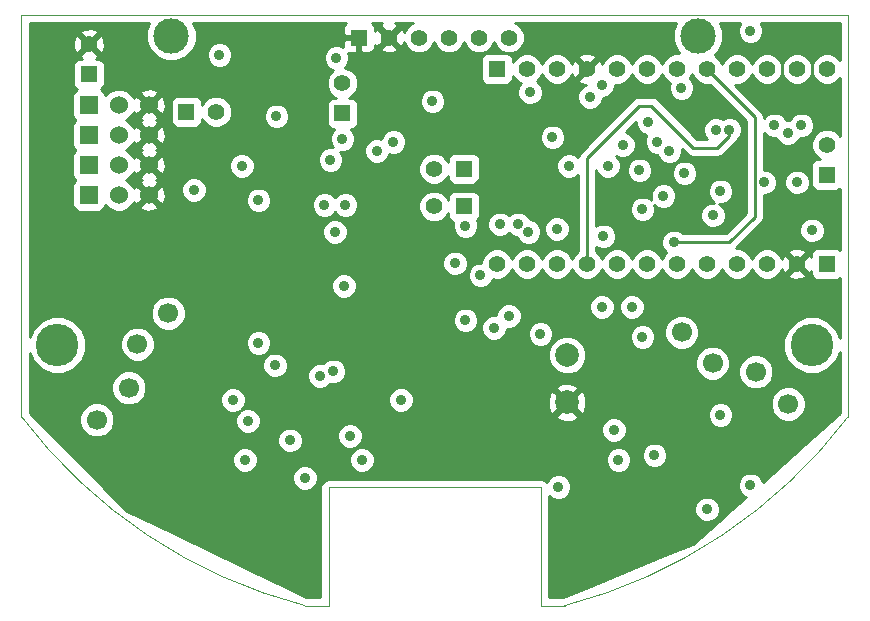
<source format=gbr>
G04 (created by PCBNEW (2013-07-07 BZR 4022)-stable) date 2/19/2015 5:20:46 AM*
%MOIN*%
G04 Gerber Fmt 3.4, Leading zero omitted, Abs format*
%FSLAX34Y34*%
G01*
G70*
G90*
G04 APERTURE LIST*
%ADD10C,0.00590551*%
%ADD11C,0.00393701*%
%ADD12R,0.055X0.055*%
%ADD13C,0.055*%
%ADD14R,0.06X0.06*%
%ADD15C,0.06*%
%ADD16C,0.0787*%
%ADD17C,0.141732*%
%ADD18C,0.11811*%
%ADD19C,0.0669291*%
%ADD20C,0.035*%
%ADD21C,0.01*%
G04 APERTURE END LIST*
G54D10*
G54D11*
X102367Y-58653D02*
G75*
G02X92910Y-64961I-13785J10425D01*
G74*
G01*
X92913Y-64960D02*
X92125Y-64960D01*
X84251Y-64960D02*
X85039Y-64960D01*
X85039Y-61023D02*
X92125Y-61023D01*
X74797Y-58653D02*
G75*
G03X84255Y-64961I13785J10425D01*
G74*
G01*
X92125Y-61023D02*
X92125Y-64960D01*
X85039Y-61023D02*
X85039Y-64960D01*
X74803Y-58661D02*
X74803Y-45275D01*
X102362Y-45275D02*
X102362Y-58661D01*
X74803Y-45275D02*
X102362Y-45275D01*
G54D12*
X86053Y-46025D03*
G54D13*
X87053Y-46025D03*
X88053Y-46025D03*
X89053Y-46025D03*
X90053Y-46025D03*
X91053Y-46025D03*
G54D12*
X101650Y-50600D03*
G54D13*
X101650Y-49600D03*
G54D12*
X85500Y-48550D03*
G54D13*
X85500Y-47550D03*
G54D12*
X80300Y-48500D03*
G54D13*
X81300Y-48500D03*
G54D12*
X77050Y-47250D03*
G54D13*
X77050Y-46250D03*
G54D12*
X90650Y-47071D03*
G54D13*
X91650Y-47071D03*
X92650Y-47071D03*
X93650Y-47071D03*
X94650Y-47071D03*
X95650Y-47071D03*
X96650Y-47071D03*
X97650Y-47071D03*
X98650Y-47071D03*
X99650Y-47071D03*
X100650Y-47071D03*
X101650Y-47071D03*
G54D12*
X101650Y-53571D03*
G54D13*
X100650Y-53571D03*
X99650Y-53571D03*
X98650Y-53571D03*
X97650Y-53571D03*
X96650Y-53571D03*
X95650Y-53571D03*
X94650Y-53571D03*
X93650Y-53571D03*
X92650Y-53571D03*
X91650Y-53571D03*
X90650Y-53571D03*
G54D14*
X77053Y-51275D03*
G54D15*
X78053Y-51275D03*
X79053Y-51275D03*
G54D14*
X77053Y-50275D03*
G54D15*
X78053Y-50275D03*
X79053Y-50275D03*
G54D14*
X77053Y-49275D03*
G54D15*
X78053Y-49275D03*
X79053Y-49275D03*
G54D14*
X77053Y-48275D03*
G54D15*
X78053Y-48275D03*
X79053Y-48275D03*
G54D16*
X92987Y-58187D03*
X92987Y-56612D03*
G54D12*
X89550Y-50400D03*
G54D13*
X88550Y-50400D03*
G54D12*
X89550Y-51650D03*
G54D13*
X88550Y-51650D03*
G54D17*
X76000Y-56275D03*
X101150Y-56275D03*
G54D18*
X97350Y-45975D03*
X79800Y-45975D03*
G54D19*
X78668Y-56249D03*
X79698Y-55219D03*
X78384Y-57696D03*
X77313Y-58768D03*
X97837Y-56884D03*
X96807Y-55854D03*
X99285Y-57168D03*
X100357Y-58239D03*
G54D20*
X83300Y-48650D03*
X85500Y-49400D03*
X85300Y-46700D03*
X80550Y-51100D03*
X81400Y-46600D03*
X97950Y-49100D03*
X92650Y-52400D03*
X91750Y-47850D03*
X94550Y-59100D03*
X97650Y-61750D03*
X82250Y-60100D03*
X87450Y-58100D03*
X85250Y-52500D03*
X81850Y-58100D03*
X95700Y-48850D03*
X96800Y-47700D03*
X95400Y-50450D03*
X96200Y-51300D03*
X96400Y-49800D03*
X96000Y-49500D03*
X97850Y-51950D03*
X98100Y-51150D03*
X93050Y-50300D03*
X100350Y-49200D03*
X99900Y-48950D03*
X93750Y-48000D03*
X91350Y-52250D03*
X86650Y-49800D03*
X89600Y-52300D03*
X94850Y-49600D03*
X89250Y-53550D03*
X91700Y-52500D03*
X85100Y-50100D03*
X88500Y-48150D03*
X92500Y-49350D03*
X96900Y-50550D03*
X100800Y-48950D03*
X100650Y-50850D03*
X99550Y-50850D03*
X98400Y-49100D03*
X94350Y-50300D03*
X85600Y-51600D03*
X84900Y-51600D03*
X92100Y-55900D03*
X90100Y-53950D03*
X84250Y-60700D03*
X86150Y-60100D03*
X96550Y-52850D03*
X87200Y-49500D03*
X83250Y-56950D03*
X82150Y-50300D03*
X84150Y-49050D03*
X100050Y-45750D03*
X101850Y-48000D03*
X95200Y-59350D03*
X92450Y-51450D03*
X90800Y-54600D03*
X99300Y-58650D03*
X90700Y-58600D03*
X87450Y-51550D03*
X89650Y-48400D03*
X83550Y-62550D03*
X84450Y-58650D03*
X85900Y-52500D03*
X97100Y-48400D03*
X88700Y-60300D03*
X82300Y-56950D03*
X80000Y-59450D03*
X75550Y-51550D03*
X94150Y-55000D03*
X94200Y-52650D03*
X95500Y-56000D03*
X84750Y-57300D03*
X95150Y-55000D03*
X95500Y-51750D03*
X98100Y-58600D03*
X85550Y-54300D03*
X92700Y-61000D03*
X90550Y-55700D03*
X99100Y-60950D03*
X91050Y-55300D03*
X101150Y-52450D03*
X89600Y-55450D03*
X99100Y-45800D03*
X90750Y-52250D03*
X94150Y-47600D03*
X82350Y-58800D03*
X83750Y-59450D03*
X85750Y-59300D03*
X85200Y-57150D03*
X82700Y-56200D03*
X82700Y-51450D03*
X95900Y-59950D03*
X94700Y-60100D03*
G54D21*
X98400Y-49100D02*
X98400Y-49300D01*
X93650Y-50049D02*
X93650Y-53571D01*
X95400Y-48300D02*
X93650Y-50049D01*
X95800Y-48300D02*
X95400Y-48300D01*
X97200Y-49700D02*
X95800Y-48300D01*
X98000Y-49700D02*
X97200Y-49700D01*
X98400Y-49300D02*
X98000Y-49700D01*
X96550Y-52850D02*
X98400Y-52850D01*
X99250Y-48671D02*
X97650Y-47071D01*
X99250Y-52000D02*
X99250Y-48671D01*
X98400Y-52850D02*
X99250Y-52000D01*
X100050Y-45750D02*
X100050Y-46500D01*
X100650Y-45750D02*
X101150Y-46250D01*
X101150Y-46250D02*
X101150Y-47650D01*
X101150Y-47650D02*
X101500Y-48000D01*
X101500Y-48000D02*
X101850Y-48000D01*
X100050Y-45750D02*
X100650Y-45750D01*
X100500Y-48000D02*
X101850Y-48000D01*
X100150Y-47650D02*
X100500Y-48000D01*
X100150Y-46600D02*
X100150Y-47650D01*
X100050Y-46500D02*
X100150Y-46600D01*
G54D10*
G36*
X102092Y-46771D02*
X101948Y-46627D01*
X101755Y-46546D01*
X101546Y-46546D01*
X101353Y-46626D01*
X101205Y-46774D01*
X101150Y-46907D01*
X101095Y-46774D01*
X100948Y-46627D01*
X100755Y-46546D01*
X100546Y-46546D01*
X100353Y-46626D01*
X100205Y-46774D01*
X100150Y-46907D01*
X100095Y-46774D01*
X99948Y-46627D01*
X99755Y-46546D01*
X99546Y-46546D01*
X99353Y-46626D01*
X99205Y-46774D01*
X99150Y-46907D01*
X99095Y-46774D01*
X98948Y-46627D01*
X98755Y-46546D01*
X98546Y-46546D01*
X98353Y-46626D01*
X98205Y-46774D01*
X98150Y-46907D01*
X98095Y-46774D01*
X97948Y-46627D01*
X97904Y-46608D01*
X98062Y-46451D01*
X98190Y-46142D01*
X98190Y-45808D01*
X98081Y-45545D01*
X98753Y-45545D01*
X98739Y-45558D01*
X98675Y-45715D01*
X98674Y-45884D01*
X98739Y-46040D01*
X98858Y-46160D01*
X99015Y-46224D01*
X99184Y-46225D01*
X99340Y-46160D01*
X99460Y-46041D01*
X99524Y-45884D01*
X99525Y-45715D01*
X99460Y-45559D01*
X99446Y-45545D01*
X102092Y-45545D01*
X102092Y-46771D01*
X102092Y-46771D01*
G37*
G54D21*
X102092Y-46771D02*
X101948Y-46627D01*
X101755Y-46546D01*
X101546Y-46546D01*
X101353Y-46626D01*
X101205Y-46774D01*
X101150Y-46907D01*
X101095Y-46774D01*
X100948Y-46627D01*
X100755Y-46546D01*
X100546Y-46546D01*
X100353Y-46626D01*
X100205Y-46774D01*
X100150Y-46907D01*
X100095Y-46774D01*
X99948Y-46627D01*
X99755Y-46546D01*
X99546Y-46546D01*
X99353Y-46626D01*
X99205Y-46774D01*
X99150Y-46907D01*
X99095Y-46774D01*
X98948Y-46627D01*
X98755Y-46546D01*
X98546Y-46546D01*
X98353Y-46626D01*
X98205Y-46774D01*
X98150Y-46907D01*
X98095Y-46774D01*
X97948Y-46627D01*
X97904Y-46608D01*
X98062Y-46451D01*
X98190Y-46142D01*
X98190Y-45808D01*
X98081Y-45545D01*
X98753Y-45545D01*
X98739Y-45558D01*
X98675Y-45715D01*
X98674Y-45884D01*
X98739Y-46040D01*
X98858Y-46160D01*
X99015Y-46224D01*
X99184Y-46225D01*
X99340Y-46160D01*
X99460Y-46041D01*
X99524Y-45884D01*
X99525Y-45715D01*
X99460Y-45559D01*
X99446Y-45545D01*
X102092Y-45545D01*
X102092Y-46771D01*
G54D10*
G36*
X102092Y-58531D02*
X100942Y-59556D01*
X100942Y-58124D01*
X100853Y-57909D01*
X100688Y-57744D01*
X100474Y-57655D01*
X100241Y-57655D01*
X100026Y-57744D01*
X99870Y-57900D01*
X99870Y-57052D01*
X99781Y-56837D01*
X99617Y-56672D01*
X99402Y-56583D01*
X99169Y-56583D01*
X98954Y-56672D01*
X98790Y-56836D01*
X98700Y-57051D01*
X98700Y-57283D01*
X98789Y-57498D01*
X98953Y-57663D01*
X99168Y-57752D01*
X99401Y-57752D01*
X99616Y-57664D01*
X99780Y-57499D01*
X99870Y-57285D01*
X99870Y-57052D01*
X99870Y-57900D01*
X99861Y-57908D01*
X99772Y-58123D01*
X99772Y-58355D01*
X99861Y-58570D01*
X100025Y-58735D01*
X100240Y-58824D01*
X100473Y-58824D01*
X100688Y-58735D01*
X100852Y-58571D01*
X100941Y-58356D01*
X100942Y-58124D01*
X100942Y-59556D01*
X99510Y-60831D01*
X99460Y-60709D01*
X99341Y-60589D01*
X99184Y-60525D01*
X99015Y-60524D01*
X98859Y-60589D01*
X98739Y-60708D01*
X98675Y-60865D01*
X98674Y-61034D01*
X98739Y-61190D01*
X98858Y-61310D01*
X98937Y-61342D01*
X98525Y-61709D01*
X98525Y-58515D01*
X98460Y-58359D01*
X98422Y-58321D01*
X98422Y-56768D01*
X98333Y-56553D01*
X98169Y-56388D01*
X97954Y-56299D01*
X97722Y-56299D01*
X97507Y-56388D01*
X97392Y-56502D01*
X97392Y-55738D01*
X97303Y-55523D01*
X97139Y-55358D01*
X96924Y-55269D01*
X96692Y-55269D01*
X96477Y-55358D01*
X96312Y-55522D01*
X96223Y-55737D01*
X96223Y-55969D01*
X96311Y-56184D01*
X96476Y-56349D01*
X96691Y-56438D01*
X96923Y-56438D01*
X97138Y-56350D01*
X97303Y-56185D01*
X97392Y-55971D01*
X97392Y-55738D01*
X97392Y-56502D01*
X97342Y-56552D01*
X97253Y-56767D01*
X97253Y-57000D01*
X97341Y-57214D01*
X97506Y-57379D01*
X97721Y-57468D01*
X97953Y-57468D01*
X98168Y-57380D01*
X98333Y-57215D01*
X98422Y-57001D01*
X98422Y-56768D01*
X98422Y-58321D01*
X98341Y-58239D01*
X98184Y-58175D01*
X98015Y-58174D01*
X97859Y-58239D01*
X97739Y-58358D01*
X97675Y-58515D01*
X97674Y-58684D01*
X97739Y-58840D01*
X97858Y-58960D01*
X98015Y-59024D01*
X98184Y-59025D01*
X98340Y-58960D01*
X98460Y-58841D01*
X98524Y-58684D01*
X98525Y-58515D01*
X98525Y-61709D01*
X98075Y-62110D01*
X98075Y-61665D01*
X98010Y-61509D01*
X97891Y-61389D01*
X97734Y-61325D01*
X97565Y-61324D01*
X97409Y-61389D01*
X97289Y-61508D01*
X97225Y-61665D01*
X97224Y-61834D01*
X97289Y-61990D01*
X97408Y-62110D01*
X97565Y-62174D01*
X97734Y-62175D01*
X97890Y-62110D01*
X98010Y-61991D01*
X98074Y-61834D01*
X98075Y-61665D01*
X98075Y-62110D01*
X97193Y-62895D01*
X96325Y-63255D01*
X96325Y-59865D01*
X96260Y-59709D01*
X96141Y-59589D01*
X95984Y-59525D01*
X95925Y-59525D01*
X95925Y-55915D01*
X95860Y-55759D01*
X95741Y-55639D01*
X95584Y-55575D01*
X95575Y-55575D01*
X95575Y-54915D01*
X95510Y-54759D01*
X95391Y-54639D01*
X95234Y-54575D01*
X95065Y-54574D01*
X94909Y-54639D01*
X94789Y-54758D01*
X94725Y-54915D01*
X94724Y-55084D01*
X94789Y-55240D01*
X94908Y-55360D01*
X95065Y-55424D01*
X95234Y-55425D01*
X95390Y-55360D01*
X95510Y-55241D01*
X95574Y-55084D01*
X95575Y-54915D01*
X95575Y-55575D01*
X95415Y-55574D01*
X95259Y-55639D01*
X95139Y-55758D01*
X95075Y-55915D01*
X95074Y-56084D01*
X95139Y-56240D01*
X95258Y-56360D01*
X95415Y-56424D01*
X95584Y-56425D01*
X95740Y-56360D01*
X95860Y-56241D01*
X95924Y-56084D01*
X95925Y-55915D01*
X95925Y-59525D01*
X95815Y-59524D01*
X95659Y-59589D01*
X95539Y-59708D01*
X95475Y-59865D01*
X95474Y-60034D01*
X95539Y-60190D01*
X95658Y-60310D01*
X95815Y-60374D01*
X95984Y-60375D01*
X96140Y-60310D01*
X96260Y-60191D01*
X96324Y-60034D01*
X96325Y-59865D01*
X96325Y-63255D01*
X95125Y-63752D01*
X95125Y-60015D01*
X95060Y-59859D01*
X94975Y-59773D01*
X94975Y-59015D01*
X94910Y-58859D01*
X94791Y-58739D01*
X94634Y-58675D01*
X94575Y-58675D01*
X94575Y-54915D01*
X94510Y-54759D01*
X94391Y-54639D01*
X94234Y-54575D01*
X94065Y-54574D01*
X93909Y-54639D01*
X93789Y-54758D01*
X93725Y-54915D01*
X93724Y-55084D01*
X93789Y-55240D01*
X93908Y-55360D01*
X94065Y-55424D01*
X94234Y-55425D01*
X94390Y-55360D01*
X94510Y-55241D01*
X94574Y-55084D01*
X94575Y-54915D01*
X94575Y-58675D01*
X94465Y-58674D01*
X94309Y-58739D01*
X94189Y-58858D01*
X94125Y-59015D01*
X94124Y-59184D01*
X94189Y-59340D01*
X94308Y-59460D01*
X94465Y-59524D01*
X94634Y-59525D01*
X94790Y-59460D01*
X94910Y-59341D01*
X94974Y-59184D01*
X94975Y-59015D01*
X94975Y-59773D01*
X94941Y-59739D01*
X94784Y-59675D01*
X94615Y-59674D01*
X94459Y-59739D01*
X94339Y-59858D01*
X94275Y-60015D01*
X94274Y-60184D01*
X94339Y-60340D01*
X94458Y-60460D01*
X94615Y-60524D01*
X94784Y-60525D01*
X94940Y-60460D01*
X95060Y-60341D01*
X95124Y-60184D01*
X95125Y-60015D01*
X95125Y-63752D01*
X93634Y-64369D01*
X93634Y-58291D01*
X93630Y-58178D01*
X93630Y-56485D01*
X93532Y-56248D01*
X93351Y-56067D01*
X93115Y-55969D01*
X92859Y-55968D01*
X92622Y-56066D01*
X92525Y-56164D01*
X92525Y-55815D01*
X92460Y-55659D01*
X92341Y-55539D01*
X92184Y-55475D01*
X92015Y-55474D01*
X91859Y-55539D01*
X91739Y-55658D01*
X91675Y-55815D01*
X91674Y-55984D01*
X91739Y-56140D01*
X91858Y-56260D01*
X92015Y-56324D01*
X92184Y-56325D01*
X92340Y-56260D01*
X92460Y-56141D01*
X92524Y-55984D01*
X92525Y-55815D01*
X92525Y-56164D01*
X92441Y-56247D01*
X92343Y-56484D01*
X92343Y-56740D01*
X92441Y-56976D01*
X92622Y-57157D01*
X92858Y-57255D01*
X93114Y-57256D01*
X93351Y-57158D01*
X93532Y-56977D01*
X93630Y-56741D01*
X93630Y-56485D01*
X93630Y-58178D01*
X93625Y-58035D01*
X93545Y-57843D01*
X93440Y-57804D01*
X93369Y-57875D01*
X93369Y-57733D01*
X93331Y-57628D01*
X93091Y-57539D01*
X92835Y-57549D01*
X92642Y-57628D01*
X92604Y-57733D01*
X92987Y-58116D01*
X93369Y-57733D01*
X93369Y-57875D01*
X93057Y-58187D01*
X93440Y-58570D01*
X93545Y-58531D01*
X93634Y-58291D01*
X93634Y-64369D01*
X93369Y-64479D01*
X93369Y-58641D01*
X92987Y-58258D01*
X92916Y-58328D01*
X92916Y-58187D01*
X92533Y-57804D01*
X92428Y-57843D01*
X92339Y-58083D01*
X92348Y-58339D01*
X92428Y-58531D01*
X92533Y-58570D01*
X92916Y-58187D01*
X92916Y-58328D01*
X92604Y-58641D01*
X92642Y-58746D01*
X92882Y-58835D01*
X93138Y-58825D01*
X93331Y-58746D01*
X93369Y-58641D01*
X93369Y-64479D01*
X92859Y-64690D01*
X92395Y-64690D01*
X92395Y-61296D01*
X92458Y-61360D01*
X92615Y-61424D01*
X92784Y-61425D01*
X92940Y-61360D01*
X93060Y-61241D01*
X93124Y-61084D01*
X93125Y-60915D01*
X93060Y-60759D01*
X92941Y-60639D01*
X92784Y-60575D01*
X92615Y-60574D01*
X92459Y-60639D01*
X92339Y-60758D01*
X92310Y-60829D01*
X92229Y-60774D01*
X92125Y-60753D01*
X91475Y-60753D01*
X91475Y-55215D01*
X91410Y-55059D01*
X91291Y-54939D01*
X91134Y-54875D01*
X90965Y-54874D01*
X90809Y-54939D01*
X90689Y-55058D01*
X90625Y-55215D01*
X90625Y-55275D01*
X90465Y-55274D01*
X90309Y-55339D01*
X90189Y-55458D01*
X90125Y-55615D01*
X90124Y-55784D01*
X90189Y-55940D01*
X90308Y-56060D01*
X90465Y-56124D01*
X90634Y-56125D01*
X90790Y-56060D01*
X90910Y-55941D01*
X90974Y-55784D01*
X90974Y-55724D01*
X91134Y-55725D01*
X91290Y-55660D01*
X91410Y-55541D01*
X91474Y-55384D01*
X91475Y-55215D01*
X91475Y-60753D01*
X90025Y-60753D01*
X90025Y-55365D01*
X89960Y-55209D01*
X89841Y-55089D01*
X89684Y-55025D01*
X89515Y-55024D01*
X89359Y-55089D01*
X89239Y-55208D01*
X89175Y-55365D01*
X89174Y-55534D01*
X89239Y-55690D01*
X89358Y-55810D01*
X89515Y-55874D01*
X89684Y-55875D01*
X89840Y-55810D01*
X89960Y-55691D01*
X90024Y-55534D01*
X90025Y-55365D01*
X90025Y-60753D01*
X87875Y-60753D01*
X87875Y-58015D01*
X87810Y-57859D01*
X87691Y-57739D01*
X87625Y-57712D01*
X87625Y-49415D01*
X87560Y-49259D01*
X87441Y-49139D01*
X87350Y-49102D01*
X87350Y-46393D01*
X87053Y-46096D01*
X86756Y-46393D01*
X86780Y-46486D01*
X86977Y-46555D01*
X87185Y-46544D01*
X87325Y-46486D01*
X87350Y-46393D01*
X87350Y-49102D01*
X87284Y-49075D01*
X87115Y-49074D01*
X86959Y-49139D01*
X86839Y-49258D01*
X86783Y-49395D01*
X86734Y-49375D01*
X86565Y-49374D01*
X86409Y-49439D01*
X86289Y-49558D01*
X86225Y-49715D01*
X86224Y-49884D01*
X86289Y-50040D01*
X86408Y-50160D01*
X86565Y-50224D01*
X86734Y-50225D01*
X86890Y-50160D01*
X87010Y-50041D01*
X87066Y-49904D01*
X87115Y-49924D01*
X87284Y-49925D01*
X87440Y-49860D01*
X87560Y-49741D01*
X87624Y-49584D01*
X87625Y-49415D01*
X87625Y-57712D01*
X87534Y-57675D01*
X87365Y-57674D01*
X87209Y-57739D01*
X87089Y-57858D01*
X87025Y-58015D01*
X87024Y-58184D01*
X87089Y-58340D01*
X87208Y-58460D01*
X87365Y-58524D01*
X87534Y-58525D01*
X87690Y-58460D01*
X87810Y-58341D01*
X87874Y-58184D01*
X87875Y-58015D01*
X87875Y-60753D01*
X86575Y-60753D01*
X86575Y-60015D01*
X86510Y-59859D01*
X86391Y-59739D01*
X86234Y-59675D01*
X86175Y-59675D01*
X86175Y-59215D01*
X86110Y-59059D01*
X86025Y-58974D01*
X86025Y-47446D01*
X85945Y-47253D01*
X85797Y-47105D01*
X85604Y-47025D01*
X85575Y-47025D01*
X85660Y-46941D01*
X85724Y-46784D01*
X85725Y-46615D01*
X85691Y-46535D01*
X85728Y-46550D01*
X85940Y-46550D01*
X86003Y-46488D01*
X86003Y-46075D01*
X85590Y-46075D01*
X85528Y-46138D01*
X85528Y-46251D01*
X85528Y-46334D01*
X85384Y-46275D01*
X85215Y-46274D01*
X85059Y-46339D01*
X84939Y-46458D01*
X84875Y-46615D01*
X84874Y-46784D01*
X84939Y-46940D01*
X85058Y-47060D01*
X85192Y-47115D01*
X85055Y-47252D01*
X84975Y-47445D01*
X84974Y-47653D01*
X85054Y-47847D01*
X85202Y-47994D01*
X85274Y-48024D01*
X85175Y-48024D01*
X85083Y-48062D01*
X85013Y-48133D01*
X84975Y-48225D01*
X84974Y-48324D01*
X84974Y-48874D01*
X85012Y-48966D01*
X85083Y-49036D01*
X85175Y-49074D01*
X85224Y-49074D01*
X85139Y-49158D01*
X85075Y-49315D01*
X85074Y-49484D01*
X85139Y-49640D01*
X85174Y-49675D01*
X85015Y-49674D01*
X84859Y-49739D01*
X84739Y-49858D01*
X84675Y-50015D01*
X84674Y-50184D01*
X84739Y-50340D01*
X84858Y-50460D01*
X85015Y-50524D01*
X85184Y-50525D01*
X85340Y-50460D01*
X85460Y-50341D01*
X85524Y-50184D01*
X85525Y-50015D01*
X85460Y-49859D01*
X85425Y-49824D01*
X85584Y-49825D01*
X85740Y-49760D01*
X85860Y-49641D01*
X85924Y-49484D01*
X85925Y-49315D01*
X85860Y-49159D01*
X85776Y-49075D01*
X85824Y-49075D01*
X85916Y-49037D01*
X85986Y-48966D01*
X86024Y-48874D01*
X86025Y-48775D01*
X86025Y-48225D01*
X85987Y-48133D01*
X85916Y-48063D01*
X85824Y-48025D01*
X85725Y-48024D01*
X85725Y-48024D01*
X85797Y-47995D01*
X85944Y-47847D01*
X86024Y-47654D01*
X86025Y-47446D01*
X86025Y-58974D01*
X86025Y-58973D01*
X86025Y-51515D01*
X85960Y-51359D01*
X85841Y-51239D01*
X85684Y-51175D01*
X85515Y-51174D01*
X85359Y-51239D01*
X85249Y-51348D01*
X85141Y-51239D01*
X84984Y-51175D01*
X84815Y-51174D01*
X84659Y-51239D01*
X84539Y-51358D01*
X84475Y-51515D01*
X84474Y-51684D01*
X84539Y-51840D01*
X84658Y-51960D01*
X84815Y-52024D01*
X84984Y-52025D01*
X85140Y-51960D01*
X85250Y-51851D01*
X85358Y-51960D01*
X85515Y-52024D01*
X85684Y-52025D01*
X85840Y-51960D01*
X85960Y-51841D01*
X86024Y-51684D01*
X86025Y-51515D01*
X86025Y-58973D01*
X85991Y-58939D01*
X85975Y-58933D01*
X85975Y-54215D01*
X85910Y-54059D01*
X85791Y-53939D01*
X85675Y-53891D01*
X85675Y-52415D01*
X85610Y-52259D01*
X85491Y-52139D01*
X85334Y-52075D01*
X85165Y-52074D01*
X85009Y-52139D01*
X84889Y-52258D01*
X84825Y-52415D01*
X84824Y-52584D01*
X84889Y-52740D01*
X85008Y-52860D01*
X85165Y-52924D01*
X85334Y-52925D01*
X85490Y-52860D01*
X85610Y-52741D01*
X85674Y-52584D01*
X85675Y-52415D01*
X85675Y-53891D01*
X85634Y-53875D01*
X85465Y-53874D01*
X85309Y-53939D01*
X85189Y-54058D01*
X85125Y-54215D01*
X85124Y-54384D01*
X85189Y-54540D01*
X85308Y-54660D01*
X85465Y-54724D01*
X85634Y-54725D01*
X85790Y-54660D01*
X85910Y-54541D01*
X85974Y-54384D01*
X85975Y-54215D01*
X85975Y-58933D01*
X85834Y-58875D01*
X85665Y-58874D01*
X85625Y-58891D01*
X85625Y-57065D01*
X85560Y-56909D01*
X85441Y-56789D01*
X85284Y-56725D01*
X85115Y-56724D01*
X84959Y-56789D01*
X84862Y-56886D01*
X84834Y-56875D01*
X84665Y-56874D01*
X84509Y-56939D01*
X84389Y-57058D01*
X84325Y-57215D01*
X84324Y-57384D01*
X84389Y-57540D01*
X84508Y-57660D01*
X84665Y-57724D01*
X84834Y-57725D01*
X84990Y-57660D01*
X85087Y-57563D01*
X85115Y-57574D01*
X85284Y-57575D01*
X85440Y-57510D01*
X85560Y-57391D01*
X85624Y-57234D01*
X85625Y-57065D01*
X85625Y-58891D01*
X85509Y-58939D01*
X85389Y-59058D01*
X85325Y-59215D01*
X85324Y-59384D01*
X85389Y-59540D01*
X85508Y-59660D01*
X85665Y-59724D01*
X85834Y-59725D01*
X85990Y-59660D01*
X86110Y-59541D01*
X86174Y-59384D01*
X86175Y-59215D01*
X86175Y-59675D01*
X86065Y-59674D01*
X85909Y-59739D01*
X85789Y-59858D01*
X85725Y-60015D01*
X85724Y-60184D01*
X85789Y-60340D01*
X85908Y-60460D01*
X86065Y-60524D01*
X86234Y-60525D01*
X86390Y-60460D01*
X86510Y-60341D01*
X86574Y-60184D01*
X86575Y-60015D01*
X86575Y-60753D01*
X85039Y-60753D01*
X84936Y-60774D01*
X84848Y-60832D01*
X84790Y-60920D01*
X84769Y-61023D01*
X84769Y-64690D01*
X84675Y-64690D01*
X84675Y-60615D01*
X84610Y-60459D01*
X84491Y-60339D01*
X84334Y-60275D01*
X84175Y-60274D01*
X84175Y-59365D01*
X84110Y-59209D01*
X83991Y-59089D01*
X83834Y-59025D01*
X83725Y-59024D01*
X83725Y-48565D01*
X83660Y-48409D01*
X83541Y-48289D01*
X83384Y-48225D01*
X83215Y-48224D01*
X83059Y-48289D01*
X82939Y-48408D01*
X82875Y-48565D01*
X82874Y-48734D01*
X82939Y-48890D01*
X83058Y-49010D01*
X83215Y-49074D01*
X83384Y-49075D01*
X83540Y-49010D01*
X83660Y-48891D01*
X83724Y-48734D01*
X83725Y-48565D01*
X83725Y-59024D01*
X83675Y-59024D01*
X83675Y-56865D01*
X83610Y-56709D01*
X83491Y-56589D01*
X83334Y-56525D01*
X83165Y-56524D01*
X83125Y-56541D01*
X83125Y-56115D01*
X83125Y-51365D01*
X83060Y-51209D01*
X82941Y-51089D01*
X82784Y-51025D01*
X82615Y-51024D01*
X82575Y-51041D01*
X82575Y-50215D01*
X82510Y-50059D01*
X82391Y-49939D01*
X82234Y-49875D01*
X82065Y-49874D01*
X81909Y-49939D01*
X81825Y-50023D01*
X81825Y-48396D01*
X81825Y-48395D01*
X81825Y-46515D01*
X81760Y-46359D01*
X81641Y-46239D01*
X81484Y-46175D01*
X81315Y-46174D01*
X81159Y-46239D01*
X81039Y-46358D01*
X80975Y-46515D01*
X80974Y-46684D01*
X81039Y-46840D01*
X81158Y-46960D01*
X81315Y-47024D01*
X81484Y-47025D01*
X81640Y-46960D01*
X81760Y-46841D01*
X81824Y-46684D01*
X81825Y-46515D01*
X81825Y-48395D01*
X81745Y-48203D01*
X81597Y-48055D01*
X81404Y-47975D01*
X81196Y-47974D01*
X81003Y-48054D01*
X80855Y-48202D01*
X80825Y-48274D01*
X80825Y-48175D01*
X80787Y-48083D01*
X80716Y-48013D01*
X80624Y-47975D01*
X80525Y-47974D01*
X79975Y-47974D01*
X79883Y-48012D01*
X79813Y-48083D01*
X79775Y-48175D01*
X79774Y-48274D01*
X79774Y-48824D01*
X79812Y-48916D01*
X79883Y-48986D01*
X79975Y-49024D01*
X80074Y-49025D01*
X80624Y-49025D01*
X80716Y-48987D01*
X80786Y-48916D01*
X80824Y-48824D01*
X80825Y-48725D01*
X80825Y-48725D01*
X80854Y-48797D01*
X81002Y-48944D01*
X81195Y-49024D01*
X81403Y-49025D01*
X81597Y-48945D01*
X81744Y-48797D01*
X81824Y-48604D01*
X81825Y-48396D01*
X81825Y-50023D01*
X81789Y-50058D01*
X81725Y-50215D01*
X81724Y-50384D01*
X81789Y-50540D01*
X81908Y-50660D01*
X82065Y-50724D01*
X82234Y-50725D01*
X82390Y-50660D01*
X82510Y-50541D01*
X82574Y-50384D01*
X82575Y-50215D01*
X82575Y-51041D01*
X82459Y-51089D01*
X82339Y-51208D01*
X82275Y-51365D01*
X82274Y-51534D01*
X82339Y-51690D01*
X82458Y-51810D01*
X82615Y-51874D01*
X82784Y-51875D01*
X82940Y-51810D01*
X83060Y-51691D01*
X83124Y-51534D01*
X83125Y-51365D01*
X83125Y-56115D01*
X83060Y-55959D01*
X82941Y-55839D01*
X82784Y-55775D01*
X82615Y-55774D01*
X82459Y-55839D01*
X82339Y-55958D01*
X82275Y-56115D01*
X82274Y-56284D01*
X82339Y-56440D01*
X82458Y-56560D01*
X82615Y-56624D01*
X82784Y-56625D01*
X82940Y-56560D01*
X83060Y-56441D01*
X83124Y-56284D01*
X83125Y-56115D01*
X83125Y-56541D01*
X83009Y-56589D01*
X82889Y-56708D01*
X82825Y-56865D01*
X82824Y-57034D01*
X82889Y-57190D01*
X83008Y-57310D01*
X83165Y-57374D01*
X83334Y-57375D01*
X83490Y-57310D01*
X83610Y-57191D01*
X83674Y-57034D01*
X83675Y-56865D01*
X83675Y-59024D01*
X83665Y-59024D01*
X83509Y-59089D01*
X83389Y-59208D01*
X83325Y-59365D01*
X83324Y-59534D01*
X83389Y-59690D01*
X83508Y-59810D01*
X83665Y-59874D01*
X83834Y-59875D01*
X83990Y-59810D01*
X84110Y-59691D01*
X84174Y-59534D01*
X84175Y-59365D01*
X84175Y-60274D01*
X84165Y-60274D01*
X84009Y-60339D01*
X83889Y-60458D01*
X83825Y-60615D01*
X83824Y-60784D01*
X83889Y-60940D01*
X84008Y-61060D01*
X84165Y-61124D01*
X84334Y-61125D01*
X84490Y-61060D01*
X84610Y-60941D01*
X84674Y-60784D01*
X84675Y-60615D01*
X84675Y-64690D01*
X84303Y-64690D01*
X82775Y-63952D01*
X82775Y-58715D01*
X82710Y-58559D01*
X82591Y-58439D01*
X82434Y-58375D01*
X82265Y-58374D01*
X82112Y-58438D01*
X82210Y-58341D01*
X82274Y-58184D01*
X82275Y-58015D01*
X82210Y-57859D01*
X82091Y-57739D01*
X81934Y-57675D01*
X81765Y-57674D01*
X81609Y-57739D01*
X81489Y-57858D01*
X81425Y-58015D01*
X81424Y-58184D01*
X81489Y-58340D01*
X81608Y-58460D01*
X81765Y-58524D01*
X81934Y-58525D01*
X82087Y-58461D01*
X81989Y-58558D01*
X81925Y-58715D01*
X81924Y-58884D01*
X81989Y-59040D01*
X82108Y-59160D01*
X82265Y-59224D01*
X82434Y-59225D01*
X82590Y-59160D01*
X82710Y-59041D01*
X82774Y-58884D01*
X82775Y-58715D01*
X82775Y-63952D01*
X82675Y-63903D01*
X82675Y-60015D01*
X82610Y-59859D01*
X82491Y-59739D01*
X82334Y-59675D01*
X82165Y-59674D01*
X82009Y-59739D01*
X81889Y-59858D01*
X81825Y-60015D01*
X81824Y-60184D01*
X81889Y-60340D01*
X82008Y-60460D01*
X82165Y-60524D01*
X82334Y-60525D01*
X82490Y-60460D01*
X82610Y-60341D01*
X82674Y-60184D01*
X82675Y-60015D01*
X82675Y-63903D01*
X80975Y-63082D01*
X80975Y-51015D01*
X80910Y-50859D01*
X80791Y-50739D01*
X80634Y-50675D01*
X80465Y-50674D01*
X80309Y-50739D01*
X80189Y-50858D01*
X80125Y-51015D01*
X80124Y-51184D01*
X80189Y-51340D01*
X80308Y-51460D01*
X80465Y-51524D01*
X80634Y-51525D01*
X80790Y-51460D01*
X80910Y-51341D01*
X80974Y-51184D01*
X80975Y-51015D01*
X80975Y-63082D01*
X80283Y-62747D01*
X80283Y-55103D01*
X80194Y-54888D01*
X80030Y-54723D01*
X79815Y-54634D01*
X79607Y-54634D01*
X79607Y-51357D01*
X79607Y-50357D01*
X79607Y-49357D01*
X79607Y-48357D01*
X79596Y-48138D01*
X79534Y-47987D01*
X79439Y-47960D01*
X79368Y-48031D01*
X79368Y-47889D01*
X79341Y-47794D01*
X79134Y-47720D01*
X78916Y-47731D01*
X78765Y-47794D01*
X78737Y-47889D01*
X79053Y-48204D01*
X79368Y-47889D01*
X79368Y-48031D01*
X79123Y-48275D01*
X79439Y-48590D01*
X79534Y-48563D01*
X79607Y-48357D01*
X79607Y-49357D01*
X79596Y-49138D01*
X79534Y-48987D01*
X79439Y-48960D01*
X79368Y-49031D01*
X79368Y-48889D01*
X79341Y-48794D01*
X79292Y-48776D01*
X79341Y-48756D01*
X79368Y-48661D01*
X79053Y-48346D01*
X78737Y-48661D01*
X78765Y-48756D01*
X78813Y-48774D01*
X78765Y-48794D01*
X78737Y-48889D01*
X79053Y-49204D01*
X79368Y-48889D01*
X79368Y-49031D01*
X79123Y-49275D01*
X79439Y-49590D01*
X79534Y-49563D01*
X79607Y-49357D01*
X79607Y-50357D01*
X79596Y-50138D01*
X79534Y-49987D01*
X79439Y-49960D01*
X79368Y-50031D01*
X79368Y-49889D01*
X79341Y-49794D01*
X79292Y-49776D01*
X79341Y-49756D01*
X79368Y-49661D01*
X79053Y-49346D01*
X78737Y-49661D01*
X78765Y-49756D01*
X78813Y-49774D01*
X78765Y-49794D01*
X78737Y-49889D01*
X79053Y-50204D01*
X79368Y-49889D01*
X79368Y-50031D01*
X79123Y-50275D01*
X79439Y-50590D01*
X79534Y-50563D01*
X79607Y-50357D01*
X79607Y-51357D01*
X79596Y-51138D01*
X79534Y-50987D01*
X79439Y-50960D01*
X79368Y-51031D01*
X79368Y-50889D01*
X79341Y-50794D01*
X79292Y-50776D01*
X79341Y-50756D01*
X79368Y-50661D01*
X79053Y-50346D01*
X78737Y-50661D01*
X78765Y-50756D01*
X78813Y-50774D01*
X78765Y-50794D01*
X78737Y-50889D01*
X79053Y-51204D01*
X79368Y-50889D01*
X79368Y-51031D01*
X79123Y-51275D01*
X79439Y-51590D01*
X79534Y-51563D01*
X79607Y-51357D01*
X79607Y-54634D01*
X79583Y-54634D01*
X79368Y-54723D01*
X79368Y-51661D01*
X79053Y-51346D01*
X78982Y-51417D01*
X78982Y-51275D01*
X78667Y-50960D01*
X78571Y-50987D01*
X78552Y-51043D01*
X78519Y-50964D01*
X78365Y-50809D01*
X78283Y-50775D01*
X78364Y-50742D01*
X78519Y-50587D01*
X78550Y-50511D01*
X78571Y-50563D01*
X78667Y-50590D01*
X78982Y-50275D01*
X78667Y-49960D01*
X78571Y-49987D01*
X78552Y-50043D01*
X78519Y-49964D01*
X78365Y-49809D01*
X78283Y-49775D01*
X78364Y-49742D01*
X78519Y-49587D01*
X78550Y-49511D01*
X78571Y-49563D01*
X78667Y-49590D01*
X78982Y-49275D01*
X78667Y-48960D01*
X78571Y-48987D01*
X78552Y-49043D01*
X78519Y-48964D01*
X78365Y-48809D01*
X78283Y-48775D01*
X78364Y-48742D01*
X78519Y-48587D01*
X78550Y-48511D01*
X78571Y-48563D01*
X78667Y-48590D01*
X78982Y-48275D01*
X78667Y-47960D01*
X78571Y-47987D01*
X78552Y-48043D01*
X78519Y-47964D01*
X78365Y-47809D01*
X78163Y-47725D01*
X77944Y-47725D01*
X77742Y-47809D01*
X77603Y-47947D01*
X77603Y-47926D01*
X77579Y-47869D01*
X77579Y-46325D01*
X77568Y-46117D01*
X77510Y-45977D01*
X77417Y-45952D01*
X77347Y-46023D01*
X77347Y-45882D01*
X77322Y-45789D01*
X77125Y-45720D01*
X76917Y-45731D01*
X76777Y-45789D01*
X76752Y-45882D01*
X77050Y-46179D01*
X77347Y-45882D01*
X77347Y-46023D01*
X77120Y-46250D01*
X77417Y-46547D01*
X77510Y-46522D01*
X77579Y-46325D01*
X77579Y-47869D01*
X77565Y-47834D01*
X77494Y-47763D01*
X77448Y-47744D01*
X77466Y-47737D01*
X77536Y-47666D01*
X77574Y-47574D01*
X77575Y-47475D01*
X77575Y-46925D01*
X77537Y-46833D01*
X77466Y-46763D01*
X77374Y-46725D01*
X77287Y-46724D01*
X77322Y-46710D01*
X77347Y-46617D01*
X77050Y-46320D01*
X76979Y-46391D01*
X76979Y-46250D01*
X76682Y-45952D01*
X76589Y-45977D01*
X76520Y-46174D01*
X76531Y-46382D01*
X76589Y-46522D01*
X76682Y-46547D01*
X76979Y-46250D01*
X76979Y-46391D01*
X76752Y-46617D01*
X76777Y-46710D01*
X76818Y-46724D01*
X76725Y-46724D01*
X76633Y-46762D01*
X76563Y-46833D01*
X76525Y-46925D01*
X76524Y-47024D01*
X76524Y-47574D01*
X76562Y-47666D01*
X76633Y-47736D01*
X76654Y-47745D01*
X76611Y-47763D01*
X76541Y-47833D01*
X76503Y-47925D01*
X76503Y-48025D01*
X76503Y-48625D01*
X76541Y-48717D01*
X76599Y-48775D01*
X76541Y-48833D01*
X76503Y-48925D01*
X76503Y-49025D01*
X76503Y-49625D01*
X76541Y-49717D01*
X76599Y-49775D01*
X76541Y-49833D01*
X76503Y-49925D01*
X76503Y-50025D01*
X76503Y-50625D01*
X76541Y-50717D01*
X76599Y-50775D01*
X76541Y-50833D01*
X76503Y-50925D01*
X76503Y-51025D01*
X76503Y-51625D01*
X76541Y-51717D01*
X76611Y-51787D01*
X76703Y-51825D01*
X76802Y-51825D01*
X77402Y-51825D01*
X77494Y-51787D01*
X77564Y-51717D01*
X77603Y-51625D01*
X77603Y-51603D01*
X77741Y-51741D01*
X77943Y-51825D01*
X78162Y-51825D01*
X78364Y-51742D01*
X78519Y-51587D01*
X78550Y-51511D01*
X78571Y-51563D01*
X78667Y-51590D01*
X78982Y-51275D01*
X78982Y-51417D01*
X78737Y-51661D01*
X78765Y-51756D01*
X78971Y-51830D01*
X79189Y-51819D01*
X79341Y-51756D01*
X79368Y-51661D01*
X79368Y-54723D01*
X79368Y-54723D01*
X79203Y-54887D01*
X79114Y-55102D01*
X79114Y-55335D01*
X79203Y-55549D01*
X79367Y-55714D01*
X79582Y-55803D01*
X79814Y-55803D01*
X80029Y-55715D01*
X80194Y-55550D01*
X80283Y-55336D01*
X80283Y-55103D01*
X80283Y-62747D01*
X79253Y-62249D01*
X79253Y-56133D01*
X79164Y-55918D01*
X79000Y-55753D01*
X78785Y-55664D01*
X78553Y-55664D01*
X78338Y-55753D01*
X78173Y-55917D01*
X78084Y-56132D01*
X78084Y-56365D01*
X78172Y-56580D01*
X78337Y-56744D01*
X78552Y-56833D01*
X78784Y-56834D01*
X78999Y-56745D01*
X79164Y-56580D01*
X79253Y-56366D01*
X79253Y-56133D01*
X79253Y-62249D01*
X78969Y-62112D01*
X78969Y-57581D01*
X78880Y-57366D01*
X78716Y-57201D01*
X78501Y-57112D01*
X78269Y-57112D01*
X78054Y-57200D01*
X77889Y-57365D01*
X77800Y-57580D01*
X77800Y-57812D01*
X77889Y-58027D01*
X78053Y-58192D01*
X78268Y-58281D01*
X78500Y-58281D01*
X78715Y-58192D01*
X78880Y-58028D01*
X78969Y-57813D01*
X78969Y-57581D01*
X78969Y-62112D01*
X78328Y-61802D01*
X77897Y-61372D01*
X77897Y-58652D01*
X77809Y-58437D01*
X77644Y-58273D01*
X77429Y-58184D01*
X77197Y-58183D01*
X76982Y-58272D01*
X76817Y-58437D01*
X76728Y-58651D01*
X76728Y-58884D01*
X76817Y-59099D01*
X76981Y-59264D01*
X77196Y-59353D01*
X77428Y-59353D01*
X77643Y-59264D01*
X77808Y-59100D01*
X77897Y-58885D01*
X77897Y-58652D01*
X77897Y-61372D01*
X75072Y-58547D01*
X75072Y-56541D01*
X75186Y-56817D01*
X75456Y-57087D01*
X75808Y-57233D01*
X76189Y-57233D01*
X76542Y-57088D01*
X76812Y-56818D01*
X76958Y-56466D01*
X76958Y-56085D01*
X76813Y-55732D01*
X76543Y-55462D01*
X76191Y-55316D01*
X75810Y-55316D01*
X75457Y-55461D01*
X75187Y-55731D01*
X75072Y-56008D01*
X75072Y-45545D01*
X79068Y-45545D01*
X78959Y-45807D01*
X78959Y-46141D01*
X79087Y-46450D01*
X79323Y-46687D01*
X79632Y-46815D01*
X79966Y-46815D01*
X80275Y-46688D01*
X80512Y-46451D01*
X80640Y-46142D01*
X80640Y-45808D01*
X80531Y-45545D01*
X85629Y-45545D01*
X85566Y-45608D01*
X85528Y-45700D01*
X85528Y-45800D01*
X85528Y-45913D01*
X85590Y-45975D01*
X86003Y-45975D01*
X86003Y-45967D01*
X86103Y-45967D01*
X86103Y-45975D01*
X86111Y-45975D01*
X86111Y-46075D01*
X86103Y-46075D01*
X86103Y-46488D01*
X86165Y-46550D01*
X86377Y-46550D01*
X86469Y-46512D01*
X86539Y-46442D01*
X86578Y-46350D01*
X86578Y-46263D01*
X86592Y-46298D01*
X86685Y-46322D01*
X86982Y-46025D01*
X86685Y-45728D01*
X86592Y-45752D01*
X86578Y-45793D01*
X86578Y-45700D01*
X86539Y-45608D01*
X86476Y-45545D01*
X86828Y-45545D01*
X86780Y-45565D01*
X86756Y-45657D01*
X87053Y-45954D01*
X87350Y-45657D01*
X87325Y-45565D01*
X87269Y-45545D01*
X87840Y-45545D01*
X87756Y-45580D01*
X87608Y-45727D01*
X87555Y-45854D01*
X87513Y-45752D01*
X87420Y-45728D01*
X87123Y-46025D01*
X87420Y-46322D01*
X87513Y-46298D01*
X87552Y-46188D01*
X87607Y-46322D01*
X87755Y-46470D01*
X87948Y-46550D01*
X88157Y-46550D01*
X88350Y-46470D01*
X88497Y-46323D01*
X88553Y-46190D01*
X88607Y-46322D01*
X88755Y-46470D01*
X88948Y-46550D01*
X89157Y-46550D01*
X89350Y-46470D01*
X89497Y-46323D01*
X89553Y-46190D01*
X89607Y-46322D01*
X89755Y-46470D01*
X89948Y-46550D01*
X90157Y-46550D01*
X90350Y-46470D01*
X90497Y-46323D01*
X90553Y-46190D01*
X90607Y-46322D01*
X90755Y-46470D01*
X90939Y-46546D01*
X90876Y-46546D01*
X90326Y-46546D01*
X90234Y-46584D01*
X90163Y-46655D01*
X90125Y-46746D01*
X90125Y-46846D01*
X90125Y-47396D01*
X90163Y-47488D01*
X90233Y-47558D01*
X90325Y-47596D01*
X90425Y-47596D01*
X90975Y-47596D01*
X91067Y-47558D01*
X91137Y-47488D01*
X91175Y-47396D01*
X91175Y-47297D01*
X91175Y-47297D01*
X91205Y-47368D01*
X91352Y-47516D01*
X91444Y-47554D01*
X91389Y-47608D01*
X91325Y-47765D01*
X91324Y-47934D01*
X91389Y-48090D01*
X91508Y-48210D01*
X91665Y-48274D01*
X91834Y-48275D01*
X91990Y-48210D01*
X92110Y-48091D01*
X92174Y-47934D01*
X92175Y-47765D01*
X92110Y-47609D01*
X91991Y-47489D01*
X91979Y-47485D01*
X92095Y-47369D01*
X92150Y-47236D01*
X92205Y-47368D01*
X92352Y-47516D01*
X92545Y-47596D01*
X92754Y-47596D01*
X92947Y-47517D01*
X93095Y-47369D01*
X93147Y-47243D01*
X93190Y-47344D01*
X93282Y-47368D01*
X93579Y-47071D01*
X93282Y-46774D01*
X93190Y-46799D01*
X93151Y-46908D01*
X93095Y-46774D01*
X92948Y-46627D01*
X92755Y-46546D01*
X92546Y-46546D01*
X92353Y-46626D01*
X92205Y-46774D01*
X92150Y-46907D01*
X92095Y-46774D01*
X91948Y-46627D01*
X91755Y-46546D01*
X91546Y-46546D01*
X91353Y-46626D01*
X91205Y-46774D01*
X91175Y-46846D01*
X91175Y-46747D01*
X91137Y-46655D01*
X91067Y-46585D01*
X90984Y-46550D01*
X91157Y-46550D01*
X91350Y-46470D01*
X91497Y-46323D01*
X91578Y-46130D01*
X91578Y-45921D01*
X91498Y-45728D01*
X91350Y-45580D01*
X91265Y-45545D01*
X96618Y-45545D01*
X96509Y-45807D01*
X96509Y-46141D01*
X96637Y-46450D01*
X96733Y-46546D01*
X96546Y-46546D01*
X96353Y-46626D01*
X96205Y-46774D01*
X96150Y-46907D01*
X96095Y-46774D01*
X95948Y-46627D01*
X95755Y-46546D01*
X95546Y-46546D01*
X95353Y-46626D01*
X95205Y-46774D01*
X95150Y-46907D01*
X95095Y-46774D01*
X94948Y-46627D01*
X94755Y-46546D01*
X94546Y-46546D01*
X94353Y-46626D01*
X94205Y-46774D01*
X94153Y-46900D01*
X94111Y-46799D01*
X94018Y-46774D01*
X93947Y-46845D01*
X93947Y-46704D01*
X93923Y-46611D01*
X93726Y-46541D01*
X93517Y-46553D01*
X93377Y-46611D01*
X93353Y-46704D01*
X93650Y-47001D01*
X93947Y-46704D01*
X93947Y-46845D01*
X93721Y-47071D01*
X93726Y-47077D01*
X93656Y-47148D01*
X93650Y-47142D01*
X93353Y-47439D01*
X93377Y-47532D01*
X93574Y-47601D01*
X93604Y-47600D01*
X93509Y-47639D01*
X93389Y-47758D01*
X93325Y-47915D01*
X93324Y-48084D01*
X93389Y-48240D01*
X93508Y-48360D01*
X93665Y-48424D01*
X93834Y-48425D01*
X93990Y-48360D01*
X94110Y-48241D01*
X94174Y-48084D01*
X94174Y-48025D01*
X94234Y-48025D01*
X94390Y-47960D01*
X94510Y-47841D01*
X94574Y-47684D01*
X94575Y-47596D01*
X94754Y-47596D01*
X94947Y-47517D01*
X95095Y-47369D01*
X95150Y-47236D01*
X95205Y-47368D01*
X95352Y-47516D01*
X95545Y-47596D01*
X95754Y-47596D01*
X95947Y-47517D01*
X96095Y-47369D01*
X96150Y-47236D01*
X96205Y-47368D01*
X96352Y-47516D01*
X96406Y-47539D01*
X96375Y-47615D01*
X96374Y-47784D01*
X96439Y-47940D01*
X96558Y-48060D01*
X96715Y-48124D01*
X96884Y-48125D01*
X97040Y-48060D01*
X97160Y-47941D01*
X97224Y-47784D01*
X97225Y-47615D01*
X97160Y-47459D01*
X97083Y-47381D01*
X97095Y-47369D01*
X97150Y-47236D01*
X97205Y-47368D01*
X97352Y-47516D01*
X97545Y-47596D01*
X97751Y-47596D01*
X98950Y-48795D01*
X98950Y-51875D01*
X98525Y-52300D01*
X98525Y-51065D01*
X98460Y-50909D01*
X98341Y-50789D01*
X98184Y-50725D01*
X98015Y-50724D01*
X97859Y-50789D01*
X97739Y-50908D01*
X97675Y-51065D01*
X97674Y-51234D01*
X97739Y-51390D01*
X97858Y-51510D01*
X97894Y-51525D01*
X97765Y-51524D01*
X97609Y-51589D01*
X97489Y-51708D01*
X97425Y-51865D01*
X97424Y-52034D01*
X97489Y-52190D01*
X97608Y-52310D01*
X97765Y-52374D01*
X97934Y-52375D01*
X98090Y-52310D01*
X98210Y-52191D01*
X98274Y-52034D01*
X98275Y-51865D01*
X98210Y-51709D01*
X98091Y-51589D01*
X98055Y-51574D01*
X98184Y-51575D01*
X98340Y-51510D01*
X98460Y-51391D01*
X98524Y-51234D01*
X98525Y-51065D01*
X98525Y-52300D01*
X98275Y-52550D01*
X97325Y-52550D01*
X97325Y-50465D01*
X97260Y-50309D01*
X97141Y-50189D01*
X96984Y-50125D01*
X96815Y-50124D01*
X96659Y-50189D01*
X96539Y-50308D01*
X96475Y-50465D01*
X96474Y-50634D01*
X96539Y-50790D01*
X96658Y-50910D01*
X96815Y-50974D01*
X96984Y-50975D01*
X97140Y-50910D01*
X97260Y-50791D01*
X97324Y-50634D01*
X97325Y-50465D01*
X97325Y-52550D01*
X96851Y-52550D01*
X96791Y-52489D01*
X96634Y-52425D01*
X96625Y-52425D01*
X96625Y-51215D01*
X96560Y-51059D01*
X96441Y-50939D01*
X96284Y-50875D01*
X96115Y-50874D01*
X95959Y-50939D01*
X95839Y-51058D01*
X95825Y-51094D01*
X95825Y-50365D01*
X95760Y-50209D01*
X95641Y-50089D01*
X95484Y-50025D01*
X95315Y-50024D01*
X95159Y-50089D01*
X95039Y-50208D01*
X94975Y-50365D01*
X94974Y-50534D01*
X95039Y-50690D01*
X95158Y-50810D01*
X95315Y-50874D01*
X95484Y-50875D01*
X95640Y-50810D01*
X95760Y-50691D01*
X95824Y-50534D01*
X95825Y-50365D01*
X95825Y-51094D01*
X95775Y-51215D01*
X95774Y-51384D01*
X95802Y-51451D01*
X95741Y-51389D01*
X95584Y-51325D01*
X95415Y-51324D01*
X95259Y-51389D01*
X95139Y-51508D01*
X95075Y-51665D01*
X95074Y-51834D01*
X95139Y-51990D01*
X95258Y-52110D01*
X95415Y-52174D01*
X95584Y-52175D01*
X95740Y-52110D01*
X95860Y-51991D01*
X95924Y-51834D01*
X95925Y-51665D01*
X95897Y-51598D01*
X95958Y-51660D01*
X96115Y-51724D01*
X96284Y-51725D01*
X96440Y-51660D01*
X96560Y-51541D01*
X96624Y-51384D01*
X96625Y-51215D01*
X96625Y-52425D01*
X96465Y-52424D01*
X96309Y-52489D01*
X96189Y-52608D01*
X96125Y-52765D01*
X96124Y-52934D01*
X96189Y-53090D01*
X96289Y-53190D01*
X96205Y-53274D01*
X96150Y-53407D01*
X96095Y-53274D01*
X95948Y-53127D01*
X95755Y-53046D01*
X95546Y-53046D01*
X95353Y-53126D01*
X95205Y-53274D01*
X95150Y-53407D01*
X95095Y-53274D01*
X94948Y-53127D01*
X94755Y-53046D01*
X94546Y-53046D01*
X94353Y-53126D01*
X94205Y-53274D01*
X94150Y-53407D01*
X94095Y-53274D01*
X93950Y-53129D01*
X93950Y-53001D01*
X93958Y-53010D01*
X94115Y-53074D01*
X94284Y-53075D01*
X94440Y-53010D01*
X94560Y-52891D01*
X94624Y-52734D01*
X94625Y-52565D01*
X94560Y-52409D01*
X94441Y-52289D01*
X94284Y-52225D01*
X94115Y-52224D01*
X93959Y-52289D01*
X93950Y-52298D01*
X93950Y-50446D01*
X93989Y-50540D01*
X94108Y-50660D01*
X94265Y-50724D01*
X94434Y-50725D01*
X94590Y-50660D01*
X94710Y-50541D01*
X94774Y-50384D01*
X94775Y-50215D01*
X94710Y-50059D01*
X94612Y-49961D01*
X94765Y-50024D01*
X94934Y-50025D01*
X95090Y-49960D01*
X95210Y-49841D01*
X95274Y-49684D01*
X95275Y-49515D01*
X95210Y-49359D01*
X95091Y-49239D01*
X94945Y-49179D01*
X95275Y-48849D01*
X95274Y-48934D01*
X95339Y-49090D01*
X95458Y-49210D01*
X95615Y-49274D01*
X95633Y-49274D01*
X95575Y-49415D01*
X95574Y-49584D01*
X95639Y-49740D01*
X95758Y-49860D01*
X95915Y-49924D01*
X95991Y-49924D01*
X96039Y-50040D01*
X96158Y-50160D01*
X96315Y-50224D01*
X96484Y-50225D01*
X96640Y-50160D01*
X96760Y-50041D01*
X96824Y-49884D01*
X96825Y-49749D01*
X96987Y-49912D01*
X96987Y-49912D01*
X97085Y-49977D01*
X97200Y-50000D01*
X98000Y-50000D01*
X98000Y-49999D01*
X98114Y-49977D01*
X98114Y-49977D01*
X98212Y-49912D01*
X98612Y-49512D01*
X98612Y-49512D01*
X98659Y-49441D01*
X98659Y-49441D01*
X98760Y-49341D01*
X98824Y-49184D01*
X98825Y-49015D01*
X98760Y-48859D01*
X98641Y-48739D01*
X98484Y-48675D01*
X98315Y-48674D01*
X98174Y-48733D01*
X98034Y-48675D01*
X97865Y-48674D01*
X97709Y-48739D01*
X97589Y-48858D01*
X97525Y-49015D01*
X97524Y-49184D01*
X97589Y-49340D01*
X97648Y-49400D01*
X97324Y-49400D01*
X96012Y-48087D01*
X95914Y-48022D01*
X95800Y-48000D01*
X95400Y-48000D01*
X95285Y-48022D01*
X95187Y-48087D01*
X93438Y-49837D01*
X93373Y-49934D01*
X93358Y-50007D01*
X93291Y-49939D01*
X93134Y-49875D01*
X92965Y-49874D01*
X92925Y-49891D01*
X92925Y-49265D01*
X92860Y-49109D01*
X92741Y-48989D01*
X92584Y-48925D01*
X92415Y-48924D01*
X92259Y-48989D01*
X92139Y-49108D01*
X92075Y-49265D01*
X92074Y-49434D01*
X92139Y-49590D01*
X92258Y-49710D01*
X92415Y-49774D01*
X92584Y-49775D01*
X92740Y-49710D01*
X92860Y-49591D01*
X92924Y-49434D01*
X92925Y-49265D01*
X92925Y-49891D01*
X92809Y-49939D01*
X92689Y-50058D01*
X92625Y-50215D01*
X92624Y-50384D01*
X92689Y-50540D01*
X92808Y-50660D01*
X92965Y-50724D01*
X93134Y-50725D01*
X93290Y-50660D01*
X93350Y-50600D01*
X93350Y-53129D01*
X93205Y-53274D01*
X93150Y-53407D01*
X93095Y-53274D01*
X93075Y-53253D01*
X93075Y-52315D01*
X93010Y-52159D01*
X92891Y-52039D01*
X92734Y-51975D01*
X92565Y-51974D01*
X92409Y-52039D01*
X92289Y-52158D01*
X92225Y-52315D01*
X92224Y-52484D01*
X92289Y-52640D01*
X92408Y-52760D01*
X92565Y-52824D01*
X92734Y-52825D01*
X92890Y-52760D01*
X93010Y-52641D01*
X93074Y-52484D01*
X93075Y-52315D01*
X93075Y-53253D01*
X92948Y-53127D01*
X92755Y-53046D01*
X92546Y-53046D01*
X92353Y-53126D01*
X92205Y-53274D01*
X92150Y-53407D01*
X92125Y-53345D01*
X92125Y-52415D01*
X92060Y-52259D01*
X91941Y-52139D01*
X91784Y-52075D01*
X91737Y-52075D01*
X91710Y-52009D01*
X91591Y-51889D01*
X91434Y-51825D01*
X91265Y-51824D01*
X91109Y-51889D01*
X91050Y-51948D01*
X90991Y-51889D01*
X90834Y-51825D01*
X90665Y-51824D01*
X90509Y-51889D01*
X90389Y-52008D01*
X90325Y-52165D01*
X90324Y-52334D01*
X90389Y-52490D01*
X90508Y-52610D01*
X90665Y-52674D01*
X90834Y-52675D01*
X90990Y-52610D01*
X91049Y-52551D01*
X91108Y-52610D01*
X91265Y-52674D01*
X91312Y-52674D01*
X91339Y-52740D01*
X91458Y-52860D01*
X91615Y-52924D01*
X91784Y-52925D01*
X91940Y-52860D01*
X92060Y-52741D01*
X92124Y-52584D01*
X92125Y-52415D01*
X92125Y-53345D01*
X92095Y-53274D01*
X91948Y-53127D01*
X91755Y-53046D01*
X91546Y-53046D01*
X91353Y-53126D01*
X91205Y-53274D01*
X91150Y-53407D01*
X91095Y-53274D01*
X90948Y-53127D01*
X90755Y-53046D01*
X90546Y-53046D01*
X90353Y-53126D01*
X90205Y-53274D01*
X90125Y-53466D01*
X90125Y-53525D01*
X90075Y-53524D01*
X90075Y-51875D01*
X90075Y-51325D01*
X90075Y-50625D01*
X90075Y-50075D01*
X90037Y-49983D01*
X89966Y-49913D01*
X89874Y-49875D01*
X89775Y-49874D01*
X89225Y-49874D01*
X89133Y-49912D01*
X89063Y-49983D01*
X89025Y-50075D01*
X89024Y-50174D01*
X89024Y-50174D01*
X88995Y-50103D01*
X88925Y-50032D01*
X88925Y-48065D01*
X88860Y-47909D01*
X88741Y-47789D01*
X88584Y-47725D01*
X88415Y-47724D01*
X88259Y-47789D01*
X88139Y-47908D01*
X88075Y-48065D01*
X88074Y-48234D01*
X88139Y-48390D01*
X88258Y-48510D01*
X88415Y-48574D01*
X88584Y-48575D01*
X88740Y-48510D01*
X88860Y-48391D01*
X88924Y-48234D01*
X88925Y-48065D01*
X88925Y-50032D01*
X88847Y-49955D01*
X88654Y-49875D01*
X88446Y-49874D01*
X88253Y-49954D01*
X88105Y-50102D01*
X88025Y-50295D01*
X88024Y-50503D01*
X88104Y-50697D01*
X88252Y-50844D01*
X88445Y-50924D01*
X88653Y-50925D01*
X88847Y-50845D01*
X88994Y-50697D01*
X89024Y-50625D01*
X89024Y-50724D01*
X89062Y-50816D01*
X89133Y-50886D01*
X89225Y-50924D01*
X89324Y-50925D01*
X89874Y-50925D01*
X89966Y-50887D01*
X90036Y-50816D01*
X90074Y-50724D01*
X90075Y-50625D01*
X90075Y-51325D01*
X90037Y-51233D01*
X89966Y-51163D01*
X89874Y-51125D01*
X89775Y-51124D01*
X89225Y-51124D01*
X89133Y-51162D01*
X89063Y-51233D01*
X89025Y-51325D01*
X89024Y-51424D01*
X89024Y-51424D01*
X88995Y-51353D01*
X88847Y-51205D01*
X88654Y-51125D01*
X88446Y-51124D01*
X88253Y-51204D01*
X88105Y-51352D01*
X88025Y-51545D01*
X88024Y-51753D01*
X88104Y-51947D01*
X88252Y-52094D01*
X88445Y-52174D01*
X88653Y-52175D01*
X88847Y-52095D01*
X88994Y-51947D01*
X89024Y-51875D01*
X89024Y-51974D01*
X89062Y-52066D01*
X89133Y-52136D01*
X89196Y-52163D01*
X89175Y-52215D01*
X89174Y-52384D01*
X89239Y-52540D01*
X89358Y-52660D01*
X89515Y-52724D01*
X89684Y-52725D01*
X89840Y-52660D01*
X89960Y-52541D01*
X90024Y-52384D01*
X90025Y-52215D01*
X89984Y-52118D01*
X90036Y-52066D01*
X90074Y-51974D01*
X90075Y-51875D01*
X90075Y-53524D01*
X90015Y-53524D01*
X89859Y-53589D01*
X89739Y-53708D01*
X89675Y-53865D01*
X89675Y-53465D01*
X89610Y-53309D01*
X89491Y-53189D01*
X89334Y-53125D01*
X89165Y-53124D01*
X89009Y-53189D01*
X88889Y-53308D01*
X88825Y-53465D01*
X88824Y-53634D01*
X88889Y-53790D01*
X89008Y-53910D01*
X89165Y-53974D01*
X89334Y-53975D01*
X89490Y-53910D01*
X89610Y-53791D01*
X89674Y-53634D01*
X89675Y-53465D01*
X89675Y-53865D01*
X89674Y-54034D01*
X89739Y-54190D01*
X89858Y-54310D01*
X90015Y-54374D01*
X90184Y-54375D01*
X90340Y-54310D01*
X90460Y-54191D01*
X90506Y-54080D01*
X90545Y-54096D01*
X90754Y-54096D01*
X90947Y-54017D01*
X91095Y-53869D01*
X91150Y-53736D01*
X91205Y-53868D01*
X91352Y-54016D01*
X91545Y-54096D01*
X91754Y-54096D01*
X91947Y-54017D01*
X92095Y-53869D01*
X92150Y-53736D01*
X92205Y-53868D01*
X92352Y-54016D01*
X92545Y-54096D01*
X92754Y-54096D01*
X92947Y-54017D01*
X93095Y-53869D01*
X93150Y-53736D01*
X93205Y-53868D01*
X93352Y-54016D01*
X93545Y-54096D01*
X93754Y-54096D01*
X93947Y-54017D01*
X94095Y-53869D01*
X94150Y-53736D01*
X94205Y-53868D01*
X94352Y-54016D01*
X94545Y-54096D01*
X94754Y-54096D01*
X94947Y-54017D01*
X95095Y-53869D01*
X95150Y-53736D01*
X95205Y-53868D01*
X95352Y-54016D01*
X95545Y-54096D01*
X95754Y-54096D01*
X95947Y-54017D01*
X96095Y-53869D01*
X96150Y-53736D01*
X96205Y-53868D01*
X96352Y-54016D01*
X96545Y-54096D01*
X96754Y-54096D01*
X96947Y-54017D01*
X97095Y-53869D01*
X97150Y-53736D01*
X97205Y-53868D01*
X97352Y-54016D01*
X97545Y-54096D01*
X97754Y-54096D01*
X97947Y-54017D01*
X98095Y-53869D01*
X98150Y-53736D01*
X98205Y-53868D01*
X98352Y-54016D01*
X98545Y-54096D01*
X98754Y-54096D01*
X98947Y-54017D01*
X99095Y-53869D01*
X99150Y-53736D01*
X99205Y-53868D01*
X99352Y-54016D01*
X99545Y-54096D01*
X99754Y-54096D01*
X99947Y-54017D01*
X100095Y-53869D01*
X100147Y-53743D01*
X100190Y-53844D01*
X100282Y-53868D01*
X100579Y-53571D01*
X100282Y-53274D01*
X100190Y-53299D01*
X100151Y-53408D01*
X100095Y-53274D01*
X99948Y-53127D01*
X99755Y-53046D01*
X99546Y-53046D01*
X99353Y-53126D01*
X99205Y-53274D01*
X99150Y-53407D01*
X99095Y-53274D01*
X98948Y-53127D01*
X98755Y-53046D01*
X98627Y-53046D01*
X99462Y-52212D01*
X99527Y-52114D01*
X99549Y-52000D01*
X99550Y-52000D01*
X99550Y-51275D01*
X99634Y-51275D01*
X99790Y-51210D01*
X99910Y-51091D01*
X99974Y-50934D01*
X99975Y-50765D01*
X99910Y-50609D01*
X99791Y-50489D01*
X99634Y-50425D01*
X99550Y-50424D01*
X99550Y-49200D01*
X99658Y-49310D01*
X99815Y-49374D01*
X99962Y-49375D01*
X99989Y-49440D01*
X100108Y-49560D01*
X100265Y-49624D01*
X100434Y-49625D01*
X100590Y-49560D01*
X100710Y-49441D01*
X100737Y-49374D01*
X100884Y-49375D01*
X101040Y-49310D01*
X101160Y-49191D01*
X101224Y-49034D01*
X101225Y-48865D01*
X101160Y-48709D01*
X101041Y-48589D01*
X100884Y-48525D01*
X100715Y-48524D01*
X100559Y-48589D01*
X100439Y-48708D01*
X100412Y-48775D01*
X100287Y-48774D01*
X100260Y-48709D01*
X100141Y-48589D01*
X99984Y-48525D01*
X99815Y-48524D01*
X99659Y-48589D01*
X99550Y-48698D01*
X99550Y-48671D01*
X99527Y-48556D01*
X99462Y-48459D01*
X99462Y-48459D01*
X98599Y-47596D01*
X98754Y-47596D01*
X98947Y-47517D01*
X99095Y-47369D01*
X99150Y-47236D01*
X99205Y-47368D01*
X99352Y-47516D01*
X99545Y-47596D01*
X99754Y-47596D01*
X99947Y-47517D01*
X100095Y-47369D01*
X100150Y-47236D01*
X100205Y-47368D01*
X100352Y-47516D01*
X100545Y-47596D01*
X100754Y-47596D01*
X100947Y-47517D01*
X101095Y-47369D01*
X101150Y-47236D01*
X101205Y-47368D01*
X101352Y-47516D01*
X101545Y-47596D01*
X101754Y-47596D01*
X101947Y-47517D01*
X102092Y-47372D01*
X102092Y-49300D01*
X101947Y-49155D01*
X101754Y-49075D01*
X101546Y-49074D01*
X101353Y-49154D01*
X101205Y-49302D01*
X101125Y-49495D01*
X101124Y-49703D01*
X101204Y-49897D01*
X101352Y-50044D01*
X101424Y-50074D01*
X101325Y-50074D01*
X101233Y-50112D01*
X101163Y-50183D01*
X101125Y-50275D01*
X101124Y-50374D01*
X101124Y-50924D01*
X101162Y-51016D01*
X101233Y-51086D01*
X101325Y-51124D01*
X101424Y-51125D01*
X101974Y-51125D01*
X102066Y-51087D01*
X102092Y-51061D01*
X102092Y-53110D01*
X102067Y-53085D01*
X101975Y-53046D01*
X101876Y-53046D01*
X101575Y-53046D01*
X101575Y-52365D01*
X101510Y-52209D01*
X101391Y-52089D01*
X101234Y-52025D01*
X101075Y-52024D01*
X101075Y-50765D01*
X101010Y-50609D01*
X100891Y-50489D01*
X100734Y-50425D01*
X100565Y-50424D01*
X100409Y-50489D01*
X100289Y-50608D01*
X100225Y-50765D01*
X100224Y-50934D01*
X100289Y-51090D01*
X100408Y-51210D01*
X100565Y-51274D01*
X100734Y-51275D01*
X100890Y-51210D01*
X101010Y-51091D01*
X101074Y-50934D01*
X101075Y-50765D01*
X101075Y-52024D01*
X101065Y-52024D01*
X100909Y-52089D01*
X100789Y-52208D01*
X100725Y-52365D01*
X100724Y-52534D01*
X100789Y-52690D01*
X100908Y-52810D01*
X101065Y-52874D01*
X101234Y-52875D01*
X101390Y-52810D01*
X101510Y-52691D01*
X101574Y-52534D01*
X101575Y-52365D01*
X101575Y-53046D01*
X101326Y-53046D01*
X101234Y-53084D01*
X101163Y-53155D01*
X101125Y-53246D01*
X101125Y-53333D01*
X101111Y-53299D01*
X101018Y-53274D01*
X100947Y-53345D01*
X100947Y-53204D01*
X100923Y-53111D01*
X100726Y-53041D01*
X100517Y-53053D01*
X100377Y-53111D01*
X100353Y-53204D01*
X100650Y-53501D01*
X100947Y-53204D01*
X100947Y-53345D01*
X100721Y-53571D01*
X101018Y-53868D01*
X101111Y-53844D01*
X101125Y-53803D01*
X101125Y-53896D01*
X101163Y-53988D01*
X101233Y-54058D01*
X101325Y-54096D01*
X101425Y-54096D01*
X101975Y-54096D01*
X102067Y-54058D01*
X102092Y-54033D01*
X102092Y-56045D01*
X101963Y-55732D01*
X101693Y-55462D01*
X101341Y-55316D01*
X100960Y-55316D01*
X100947Y-55321D01*
X100947Y-53939D01*
X100650Y-53642D01*
X100353Y-53939D01*
X100377Y-54032D01*
X100574Y-54101D01*
X100783Y-54090D01*
X100923Y-54032D01*
X100947Y-53939D01*
X100947Y-55321D01*
X100607Y-55461D01*
X100337Y-55731D01*
X100191Y-56083D01*
X100191Y-56464D01*
X100336Y-56817D01*
X100606Y-57087D01*
X100958Y-57233D01*
X101339Y-57233D01*
X101692Y-57088D01*
X101962Y-56818D01*
X102092Y-56504D01*
X102092Y-58531D01*
X102092Y-58531D01*
G37*
G54D21*
X102092Y-58531D02*
X100942Y-59556D01*
X100942Y-58124D01*
X100853Y-57909D01*
X100688Y-57744D01*
X100474Y-57655D01*
X100241Y-57655D01*
X100026Y-57744D01*
X99870Y-57900D01*
X99870Y-57052D01*
X99781Y-56837D01*
X99617Y-56672D01*
X99402Y-56583D01*
X99169Y-56583D01*
X98954Y-56672D01*
X98790Y-56836D01*
X98700Y-57051D01*
X98700Y-57283D01*
X98789Y-57498D01*
X98953Y-57663D01*
X99168Y-57752D01*
X99401Y-57752D01*
X99616Y-57664D01*
X99780Y-57499D01*
X99870Y-57285D01*
X99870Y-57052D01*
X99870Y-57900D01*
X99861Y-57908D01*
X99772Y-58123D01*
X99772Y-58355D01*
X99861Y-58570D01*
X100025Y-58735D01*
X100240Y-58824D01*
X100473Y-58824D01*
X100688Y-58735D01*
X100852Y-58571D01*
X100941Y-58356D01*
X100942Y-58124D01*
X100942Y-59556D01*
X99510Y-60831D01*
X99460Y-60709D01*
X99341Y-60589D01*
X99184Y-60525D01*
X99015Y-60524D01*
X98859Y-60589D01*
X98739Y-60708D01*
X98675Y-60865D01*
X98674Y-61034D01*
X98739Y-61190D01*
X98858Y-61310D01*
X98937Y-61342D01*
X98525Y-61709D01*
X98525Y-58515D01*
X98460Y-58359D01*
X98422Y-58321D01*
X98422Y-56768D01*
X98333Y-56553D01*
X98169Y-56388D01*
X97954Y-56299D01*
X97722Y-56299D01*
X97507Y-56388D01*
X97392Y-56502D01*
X97392Y-55738D01*
X97303Y-55523D01*
X97139Y-55358D01*
X96924Y-55269D01*
X96692Y-55269D01*
X96477Y-55358D01*
X96312Y-55522D01*
X96223Y-55737D01*
X96223Y-55969D01*
X96311Y-56184D01*
X96476Y-56349D01*
X96691Y-56438D01*
X96923Y-56438D01*
X97138Y-56350D01*
X97303Y-56185D01*
X97392Y-55971D01*
X97392Y-55738D01*
X97392Y-56502D01*
X97342Y-56552D01*
X97253Y-56767D01*
X97253Y-57000D01*
X97341Y-57214D01*
X97506Y-57379D01*
X97721Y-57468D01*
X97953Y-57468D01*
X98168Y-57380D01*
X98333Y-57215D01*
X98422Y-57001D01*
X98422Y-56768D01*
X98422Y-58321D01*
X98341Y-58239D01*
X98184Y-58175D01*
X98015Y-58174D01*
X97859Y-58239D01*
X97739Y-58358D01*
X97675Y-58515D01*
X97674Y-58684D01*
X97739Y-58840D01*
X97858Y-58960D01*
X98015Y-59024D01*
X98184Y-59025D01*
X98340Y-58960D01*
X98460Y-58841D01*
X98524Y-58684D01*
X98525Y-58515D01*
X98525Y-61709D01*
X98075Y-62110D01*
X98075Y-61665D01*
X98010Y-61509D01*
X97891Y-61389D01*
X97734Y-61325D01*
X97565Y-61324D01*
X97409Y-61389D01*
X97289Y-61508D01*
X97225Y-61665D01*
X97224Y-61834D01*
X97289Y-61990D01*
X97408Y-62110D01*
X97565Y-62174D01*
X97734Y-62175D01*
X97890Y-62110D01*
X98010Y-61991D01*
X98074Y-61834D01*
X98075Y-61665D01*
X98075Y-62110D01*
X97193Y-62895D01*
X96325Y-63255D01*
X96325Y-59865D01*
X96260Y-59709D01*
X96141Y-59589D01*
X95984Y-59525D01*
X95925Y-59525D01*
X95925Y-55915D01*
X95860Y-55759D01*
X95741Y-55639D01*
X95584Y-55575D01*
X95575Y-55575D01*
X95575Y-54915D01*
X95510Y-54759D01*
X95391Y-54639D01*
X95234Y-54575D01*
X95065Y-54574D01*
X94909Y-54639D01*
X94789Y-54758D01*
X94725Y-54915D01*
X94724Y-55084D01*
X94789Y-55240D01*
X94908Y-55360D01*
X95065Y-55424D01*
X95234Y-55425D01*
X95390Y-55360D01*
X95510Y-55241D01*
X95574Y-55084D01*
X95575Y-54915D01*
X95575Y-55575D01*
X95415Y-55574D01*
X95259Y-55639D01*
X95139Y-55758D01*
X95075Y-55915D01*
X95074Y-56084D01*
X95139Y-56240D01*
X95258Y-56360D01*
X95415Y-56424D01*
X95584Y-56425D01*
X95740Y-56360D01*
X95860Y-56241D01*
X95924Y-56084D01*
X95925Y-55915D01*
X95925Y-59525D01*
X95815Y-59524D01*
X95659Y-59589D01*
X95539Y-59708D01*
X95475Y-59865D01*
X95474Y-60034D01*
X95539Y-60190D01*
X95658Y-60310D01*
X95815Y-60374D01*
X95984Y-60375D01*
X96140Y-60310D01*
X96260Y-60191D01*
X96324Y-60034D01*
X96325Y-59865D01*
X96325Y-63255D01*
X95125Y-63752D01*
X95125Y-60015D01*
X95060Y-59859D01*
X94975Y-59773D01*
X94975Y-59015D01*
X94910Y-58859D01*
X94791Y-58739D01*
X94634Y-58675D01*
X94575Y-58675D01*
X94575Y-54915D01*
X94510Y-54759D01*
X94391Y-54639D01*
X94234Y-54575D01*
X94065Y-54574D01*
X93909Y-54639D01*
X93789Y-54758D01*
X93725Y-54915D01*
X93724Y-55084D01*
X93789Y-55240D01*
X93908Y-55360D01*
X94065Y-55424D01*
X94234Y-55425D01*
X94390Y-55360D01*
X94510Y-55241D01*
X94574Y-55084D01*
X94575Y-54915D01*
X94575Y-58675D01*
X94465Y-58674D01*
X94309Y-58739D01*
X94189Y-58858D01*
X94125Y-59015D01*
X94124Y-59184D01*
X94189Y-59340D01*
X94308Y-59460D01*
X94465Y-59524D01*
X94634Y-59525D01*
X94790Y-59460D01*
X94910Y-59341D01*
X94974Y-59184D01*
X94975Y-59015D01*
X94975Y-59773D01*
X94941Y-59739D01*
X94784Y-59675D01*
X94615Y-59674D01*
X94459Y-59739D01*
X94339Y-59858D01*
X94275Y-60015D01*
X94274Y-60184D01*
X94339Y-60340D01*
X94458Y-60460D01*
X94615Y-60524D01*
X94784Y-60525D01*
X94940Y-60460D01*
X95060Y-60341D01*
X95124Y-60184D01*
X95125Y-60015D01*
X95125Y-63752D01*
X93634Y-64369D01*
X93634Y-58291D01*
X93630Y-58178D01*
X93630Y-56485D01*
X93532Y-56248D01*
X93351Y-56067D01*
X93115Y-55969D01*
X92859Y-55968D01*
X92622Y-56066D01*
X92525Y-56164D01*
X92525Y-55815D01*
X92460Y-55659D01*
X92341Y-55539D01*
X92184Y-55475D01*
X92015Y-55474D01*
X91859Y-55539D01*
X91739Y-55658D01*
X91675Y-55815D01*
X91674Y-55984D01*
X91739Y-56140D01*
X91858Y-56260D01*
X92015Y-56324D01*
X92184Y-56325D01*
X92340Y-56260D01*
X92460Y-56141D01*
X92524Y-55984D01*
X92525Y-55815D01*
X92525Y-56164D01*
X92441Y-56247D01*
X92343Y-56484D01*
X92343Y-56740D01*
X92441Y-56976D01*
X92622Y-57157D01*
X92858Y-57255D01*
X93114Y-57256D01*
X93351Y-57158D01*
X93532Y-56977D01*
X93630Y-56741D01*
X93630Y-56485D01*
X93630Y-58178D01*
X93625Y-58035D01*
X93545Y-57843D01*
X93440Y-57804D01*
X93369Y-57875D01*
X93369Y-57733D01*
X93331Y-57628D01*
X93091Y-57539D01*
X92835Y-57549D01*
X92642Y-57628D01*
X92604Y-57733D01*
X92987Y-58116D01*
X93369Y-57733D01*
X93369Y-57875D01*
X93057Y-58187D01*
X93440Y-58570D01*
X93545Y-58531D01*
X93634Y-58291D01*
X93634Y-64369D01*
X93369Y-64479D01*
X93369Y-58641D01*
X92987Y-58258D01*
X92916Y-58328D01*
X92916Y-58187D01*
X92533Y-57804D01*
X92428Y-57843D01*
X92339Y-58083D01*
X92348Y-58339D01*
X92428Y-58531D01*
X92533Y-58570D01*
X92916Y-58187D01*
X92916Y-58328D01*
X92604Y-58641D01*
X92642Y-58746D01*
X92882Y-58835D01*
X93138Y-58825D01*
X93331Y-58746D01*
X93369Y-58641D01*
X93369Y-64479D01*
X92859Y-64690D01*
X92395Y-64690D01*
X92395Y-61296D01*
X92458Y-61360D01*
X92615Y-61424D01*
X92784Y-61425D01*
X92940Y-61360D01*
X93060Y-61241D01*
X93124Y-61084D01*
X93125Y-60915D01*
X93060Y-60759D01*
X92941Y-60639D01*
X92784Y-60575D01*
X92615Y-60574D01*
X92459Y-60639D01*
X92339Y-60758D01*
X92310Y-60829D01*
X92229Y-60774D01*
X92125Y-60753D01*
X91475Y-60753D01*
X91475Y-55215D01*
X91410Y-55059D01*
X91291Y-54939D01*
X91134Y-54875D01*
X90965Y-54874D01*
X90809Y-54939D01*
X90689Y-55058D01*
X90625Y-55215D01*
X90625Y-55275D01*
X90465Y-55274D01*
X90309Y-55339D01*
X90189Y-55458D01*
X90125Y-55615D01*
X90124Y-55784D01*
X90189Y-55940D01*
X90308Y-56060D01*
X90465Y-56124D01*
X90634Y-56125D01*
X90790Y-56060D01*
X90910Y-55941D01*
X90974Y-55784D01*
X90974Y-55724D01*
X91134Y-55725D01*
X91290Y-55660D01*
X91410Y-55541D01*
X91474Y-55384D01*
X91475Y-55215D01*
X91475Y-60753D01*
X90025Y-60753D01*
X90025Y-55365D01*
X89960Y-55209D01*
X89841Y-55089D01*
X89684Y-55025D01*
X89515Y-55024D01*
X89359Y-55089D01*
X89239Y-55208D01*
X89175Y-55365D01*
X89174Y-55534D01*
X89239Y-55690D01*
X89358Y-55810D01*
X89515Y-55874D01*
X89684Y-55875D01*
X89840Y-55810D01*
X89960Y-55691D01*
X90024Y-55534D01*
X90025Y-55365D01*
X90025Y-60753D01*
X87875Y-60753D01*
X87875Y-58015D01*
X87810Y-57859D01*
X87691Y-57739D01*
X87625Y-57712D01*
X87625Y-49415D01*
X87560Y-49259D01*
X87441Y-49139D01*
X87350Y-49102D01*
X87350Y-46393D01*
X87053Y-46096D01*
X86756Y-46393D01*
X86780Y-46486D01*
X86977Y-46555D01*
X87185Y-46544D01*
X87325Y-46486D01*
X87350Y-46393D01*
X87350Y-49102D01*
X87284Y-49075D01*
X87115Y-49074D01*
X86959Y-49139D01*
X86839Y-49258D01*
X86783Y-49395D01*
X86734Y-49375D01*
X86565Y-49374D01*
X86409Y-49439D01*
X86289Y-49558D01*
X86225Y-49715D01*
X86224Y-49884D01*
X86289Y-50040D01*
X86408Y-50160D01*
X86565Y-50224D01*
X86734Y-50225D01*
X86890Y-50160D01*
X87010Y-50041D01*
X87066Y-49904D01*
X87115Y-49924D01*
X87284Y-49925D01*
X87440Y-49860D01*
X87560Y-49741D01*
X87624Y-49584D01*
X87625Y-49415D01*
X87625Y-57712D01*
X87534Y-57675D01*
X87365Y-57674D01*
X87209Y-57739D01*
X87089Y-57858D01*
X87025Y-58015D01*
X87024Y-58184D01*
X87089Y-58340D01*
X87208Y-58460D01*
X87365Y-58524D01*
X87534Y-58525D01*
X87690Y-58460D01*
X87810Y-58341D01*
X87874Y-58184D01*
X87875Y-58015D01*
X87875Y-60753D01*
X86575Y-60753D01*
X86575Y-60015D01*
X86510Y-59859D01*
X86391Y-59739D01*
X86234Y-59675D01*
X86175Y-59675D01*
X86175Y-59215D01*
X86110Y-59059D01*
X86025Y-58974D01*
X86025Y-47446D01*
X85945Y-47253D01*
X85797Y-47105D01*
X85604Y-47025D01*
X85575Y-47025D01*
X85660Y-46941D01*
X85724Y-46784D01*
X85725Y-46615D01*
X85691Y-46535D01*
X85728Y-46550D01*
X85940Y-46550D01*
X86003Y-46488D01*
X86003Y-46075D01*
X85590Y-46075D01*
X85528Y-46138D01*
X85528Y-46251D01*
X85528Y-46334D01*
X85384Y-46275D01*
X85215Y-46274D01*
X85059Y-46339D01*
X84939Y-46458D01*
X84875Y-46615D01*
X84874Y-46784D01*
X84939Y-46940D01*
X85058Y-47060D01*
X85192Y-47115D01*
X85055Y-47252D01*
X84975Y-47445D01*
X84974Y-47653D01*
X85054Y-47847D01*
X85202Y-47994D01*
X85274Y-48024D01*
X85175Y-48024D01*
X85083Y-48062D01*
X85013Y-48133D01*
X84975Y-48225D01*
X84974Y-48324D01*
X84974Y-48874D01*
X85012Y-48966D01*
X85083Y-49036D01*
X85175Y-49074D01*
X85224Y-49074D01*
X85139Y-49158D01*
X85075Y-49315D01*
X85074Y-49484D01*
X85139Y-49640D01*
X85174Y-49675D01*
X85015Y-49674D01*
X84859Y-49739D01*
X84739Y-49858D01*
X84675Y-50015D01*
X84674Y-50184D01*
X84739Y-50340D01*
X84858Y-50460D01*
X85015Y-50524D01*
X85184Y-50525D01*
X85340Y-50460D01*
X85460Y-50341D01*
X85524Y-50184D01*
X85525Y-50015D01*
X85460Y-49859D01*
X85425Y-49824D01*
X85584Y-49825D01*
X85740Y-49760D01*
X85860Y-49641D01*
X85924Y-49484D01*
X85925Y-49315D01*
X85860Y-49159D01*
X85776Y-49075D01*
X85824Y-49075D01*
X85916Y-49037D01*
X85986Y-48966D01*
X86024Y-48874D01*
X86025Y-48775D01*
X86025Y-48225D01*
X85987Y-48133D01*
X85916Y-48063D01*
X85824Y-48025D01*
X85725Y-48024D01*
X85725Y-48024D01*
X85797Y-47995D01*
X85944Y-47847D01*
X86024Y-47654D01*
X86025Y-47446D01*
X86025Y-58974D01*
X86025Y-58973D01*
X86025Y-51515D01*
X85960Y-51359D01*
X85841Y-51239D01*
X85684Y-51175D01*
X85515Y-51174D01*
X85359Y-51239D01*
X85249Y-51348D01*
X85141Y-51239D01*
X84984Y-51175D01*
X84815Y-51174D01*
X84659Y-51239D01*
X84539Y-51358D01*
X84475Y-51515D01*
X84474Y-51684D01*
X84539Y-51840D01*
X84658Y-51960D01*
X84815Y-52024D01*
X84984Y-52025D01*
X85140Y-51960D01*
X85250Y-51851D01*
X85358Y-51960D01*
X85515Y-52024D01*
X85684Y-52025D01*
X85840Y-51960D01*
X85960Y-51841D01*
X86024Y-51684D01*
X86025Y-51515D01*
X86025Y-58973D01*
X85991Y-58939D01*
X85975Y-58933D01*
X85975Y-54215D01*
X85910Y-54059D01*
X85791Y-53939D01*
X85675Y-53891D01*
X85675Y-52415D01*
X85610Y-52259D01*
X85491Y-52139D01*
X85334Y-52075D01*
X85165Y-52074D01*
X85009Y-52139D01*
X84889Y-52258D01*
X84825Y-52415D01*
X84824Y-52584D01*
X84889Y-52740D01*
X85008Y-52860D01*
X85165Y-52924D01*
X85334Y-52925D01*
X85490Y-52860D01*
X85610Y-52741D01*
X85674Y-52584D01*
X85675Y-52415D01*
X85675Y-53891D01*
X85634Y-53875D01*
X85465Y-53874D01*
X85309Y-53939D01*
X85189Y-54058D01*
X85125Y-54215D01*
X85124Y-54384D01*
X85189Y-54540D01*
X85308Y-54660D01*
X85465Y-54724D01*
X85634Y-54725D01*
X85790Y-54660D01*
X85910Y-54541D01*
X85974Y-54384D01*
X85975Y-54215D01*
X85975Y-58933D01*
X85834Y-58875D01*
X85665Y-58874D01*
X85625Y-58891D01*
X85625Y-57065D01*
X85560Y-56909D01*
X85441Y-56789D01*
X85284Y-56725D01*
X85115Y-56724D01*
X84959Y-56789D01*
X84862Y-56886D01*
X84834Y-56875D01*
X84665Y-56874D01*
X84509Y-56939D01*
X84389Y-57058D01*
X84325Y-57215D01*
X84324Y-57384D01*
X84389Y-57540D01*
X84508Y-57660D01*
X84665Y-57724D01*
X84834Y-57725D01*
X84990Y-57660D01*
X85087Y-57563D01*
X85115Y-57574D01*
X85284Y-57575D01*
X85440Y-57510D01*
X85560Y-57391D01*
X85624Y-57234D01*
X85625Y-57065D01*
X85625Y-58891D01*
X85509Y-58939D01*
X85389Y-59058D01*
X85325Y-59215D01*
X85324Y-59384D01*
X85389Y-59540D01*
X85508Y-59660D01*
X85665Y-59724D01*
X85834Y-59725D01*
X85990Y-59660D01*
X86110Y-59541D01*
X86174Y-59384D01*
X86175Y-59215D01*
X86175Y-59675D01*
X86065Y-59674D01*
X85909Y-59739D01*
X85789Y-59858D01*
X85725Y-60015D01*
X85724Y-60184D01*
X85789Y-60340D01*
X85908Y-60460D01*
X86065Y-60524D01*
X86234Y-60525D01*
X86390Y-60460D01*
X86510Y-60341D01*
X86574Y-60184D01*
X86575Y-60015D01*
X86575Y-60753D01*
X85039Y-60753D01*
X84936Y-60774D01*
X84848Y-60832D01*
X84790Y-60920D01*
X84769Y-61023D01*
X84769Y-64690D01*
X84675Y-64690D01*
X84675Y-60615D01*
X84610Y-60459D01*
X84491Y-60339D01*
X84334Y-60275D01*
X84175Y-60274D01*
X84175Y-59365D01*
X84110Y-59209D01*
X83991Y-59089D01*
X83834Y-59025D01*
X83725Y-59024D01*
X83725Y-48565D01*
X83660Y-48409D01*
X83541Y-48289D01*
X83384Y-48225D01*
X83215Y-48224D01*
X83059Y-48289D01*
X82939Y-48408D01*
X82875Y-48565D01*
X82874Y-48734D01*
X82939Y-48890D01*
X83058Y-49010D01*
X83215Y-49074D01*
X83384Y-49075D01*
X83540Y-49010D01*
X83660Y-48891D01*
X83724Y-48734D01*
X83725Y-48565D01*
X83725Y-59024D01*
X83675Y-59024D01*
X83675Y-56865D01*
X83610Y-56709D01*
X83491Y-56589D01*
X83334Y-56525D01*
X83165Y-56524D01*
X83125Y-56541D01*
X83125Y-56115D01*
X83125Y-51365D01*
X83060Y-51209D01*
X82941Y-51089D01*
X82784Y-51025D01*
X82615Y-51024D01*
X82575Y-51041D01*
X82575Y-50215D01*
X82510Y-50059D01*
X82391Y-49939D01*
X82234Y-49875D01*
X82065Y-49874D01*
X81909Y-49939D01*
X81825Y-50023D01*
X81825Y-48396D01*
X81825Y-48395D01*
X81825Y-46515D01*
X81760Y-46359D01*
X81641Y-46239D01*
X81484Y-46175D01*
X81315Y-46174D01*
X81159Y-46239D01*
X81039Y-46358D01*
X80975Y-46515D01*
X80974Y-46684D01*
X81039Y-46840D01*
X81158Y-46960D01*
X81315Y-47024D01*
X81484Y-47025D01*
X81640Y-46960D01*
X81760Y-46841D01*
X81824Y-46684D01*
X81825Y-46515D01*
X81825Y-48395D01*
X81745Y-48203D01*
X81597Y-48055D01*
X81404Y-47975D01*
X81196Y-47974D01*
X81003Y-48054D01*
X80855Y-48202D01*
X80825Y-48274D01*
X80825Y-48175D01*
X80787Y-48083D01*
X80716Y-48013D01*
X80624Y-47975D01*
X80525Y-47974D01*
X79975Y-47974D01*
X79883Y-48012D01*
X79813Y-48083D01*
X79775Y-48175D01*
X79774Y-48274D01*
X79774Y-48824D01*
X79812Y-48916D01*
X79883Y-48986D01*
X79975Y-49024D01*
X80074Y-49025D01*
X80624Y-49025D01*
X80716Y-48987D01*
X80786Y-48916D01*
X80824Y-48824D01*
X80825Y-48725D01*
X80825Y-48725D01*
X80854Y-48797D01*
X81002Y-48944D01*
X81195Y-49024D01*
X81403Y-49025D01*
X81597Y-48945D01*
X81744Y-48797D01*
X81824Y-48604D01*
X81825Y-48396D01*
X81825Y-50023D01*
X81789Y-50058D01*
X81725Y-50215D01*
X81724Y-50384D01*
X81789Y-50540D01*
X81908Y-50660D01*
X82065Y-50724D01*
X82234Y-50725D01*
X82390Y-50660D01*
X82510Y-50541D01*
X82574Y-50384D01*
X82575Y-50215D01*
X82575Y-51041D01*
X82459Y-51089D01*
X82339Y-51208D01*
X82275Y-51365D01*
X82274Y-51534D01*
X82339Y-51690D01*
X82458Y-51810D01*
X82615Y-51874D01*
X82784Y-51875D01*
X82940Y-51810D01*
X83060Y-51691D01*
X83124Y-51534D01*
X83125Y-51365D01*
X83125Y-56115D01*
X83060Y-55959D01*
X82941Y-55839D01*
X82784Y-55775D01*
X82615Y-55774D01*
X82459Y-55839D01*
X82339Y-55958D01*
X82275Y-56115D01*
X82274Y-56284D01*
X82339Y-56440D01*
X82458Y-56560D01*
X82615Y-56624D01*
X82784Y-56625D01*
X82940Y-56560D01*
X83060Y-56441D01*
X83124Y-56284D01*
X83125Y-56115D01*
X83125Y-56541D01*
X83009Y-56589D01*
X82889Y-56708D01*
X82825Y-56865D01*
X82824Y-57034D01*
X82889Y-57190D01*
X83008Y-57310D01*
X83165Y-57374D01*
X83334Y-57375D01*
X83490Y-57310D01*
X83610Y-57191D01*
X83674Y-57034D01*
X83675Y-56865D01*
X83675Y-59024D01*
X83665Y-59024D01*
X83509Y-59089D01*
X83389Y-59208D01*
X83325Y-59365D01*
X83324Y-59534D01*
X83389Y-59690D01*
X83508Y-59810D01*
X83665Y-59874D01*
X83834Y-59875D01*
X83990Y-59810D01*
X84110Y-59691D01*
X84174Y-59534D01*
X84175Y-59365D01*
X84175Y-60274D01*
X84165Y-60274D01*
X84009Y-60339D01*
X83889Y-60458D01*
X83825Y-60615D01*
X83824Y-60784D01*
X83889Y-60940D01*
X84008Y-61060D01*
X84165Y-61124D01*
X84334Y-61125D01*
X84490Y-61060D01*
X84610Y-60941D01*
X84674Y-60784D01*
X84675Y-60615D01*
X84675Y-64690D01*
X84303Y-64690D01*
X82775Y-63952D01*
X82775Y-58715D01*
X82710Y-58559D01*
X82591Y-58439D01*
X82434Y-58375D01*
X82265Y-58374D01*
X82112Y-58438D01*
X82210Y-58341D01*
X82274Y-58184D01*
X82275Y-58015D01*
X82210Y-57859D01*
X82091Y-57739D01*
X81934Y-57675D01*
X81765Y-57674D01*
X81609Y-57739D01*
X81489Y-57858D01*
X81425Y-58015D01*
X81424Y-58184D01*
X81489Y-58340D01*
X81608Y-58460D01*
X81765Y-58524D01*
X81934Y-58525D01*
X82087Y-58461D01*
X81989Y-58558D01*
X81925Y-58715D01*
X81924Y-58884D01*
X81989Y-59040D01*
X82108Y-59160D01*
X82265Y-59224D01*
X82434Y-59225D01*
X82590Y-59160D01*
X82710Y-59041D01*
X82774Y-58884D01*
X82775Y-58715D01*
X82775Y-63952D01*
X82675Y-63903D01*
X82675Y-60015D01*
X82610Y-59859D01*
X82491Y-59739D01*
X82334Y-59675D01*
X82165Y-59674D01*
X82009Y-59739D01*
X81889Y-59858D01*
X81825Y-60015D01*
X81824Y-60184D01*
X81889Y-60340D01*
X82008Y-60460D01*
X82165Y-60524D01*
X82334Y-60525D01*
X82490Y-60460D01*
X82610Y-60341D01*
X82674Y-60184D01*
X82675Y-60015D01*
X82675Y-63903D01*
X80975Y-63082D01*
X80975Y-51015D01*
X80910Y-50859D01*
X80791Y-50739D01*
X80634Y-50675D01*
X80465Y-50674D01*
X80309Y-50739D01*
X80189Y-50858D01*
X80125Y-51015D01*
X80124Y-51184D01*
X80189Y-51340D01*
X80308Y-51460D01*
X80465Y-51524D01*
X80634Y-51525D01*
X80790Y-51460D01*
X80910Y-51341D01*
X80974Y-51184D01*
X80975Y-51015D01*
X80975Y-63082D01*
X80283Y-62747D01*
X80283Y-55103D01*
X80194Y-54888D01*
X80030Y-54723D01*
X79815Y-54634D01*
X79607Y-54634D01*
X79607Y-51357D01*
X79607Y-50357D01*
X79607Y-49357D01*
X79607Y-48357D01*
X79596Y-48138D01*
X79534Y-47987D01*
X79439Y-47960D01*
X79368Y-48031D01*
X79368Y-47889D01*
X79341Y-47794D01*
X79134Y-47720D01*
X78916Y-47731D01*
X78765Y-47794D01*
X78737Y-47889D01*
X79053Y-48204D01*
X79368Y-47889D01*
X79368Y-48031D01*
X79123Y-48275D01*
X79439Y-48590D01*
X79534Y-48563D01*
X79607Y-48357D01*
X79607Y-49357D01*
X79596Y-49138D01*
X79534Y-48987D01*
X79439Y-48960D01*
X79368Y-49031D01*
X79368Y-48889D01*
X79341Y-48794D01*
X79292Y-48776D01*
X79341Y-48756D01*
X79368Y-48661D01*
X79053Y-48346D01*
X78737Y-48661D01*
X78765Y-48756D01*
X78813Y-48774D01*
X78765Y-48794D01*
X78737Y-48889D01*
X79053Y-49204D01*
X79368Y-48889D01*
X79368Y-49031D01*
X79123Y-49275D01*
X79439Y-49590D01*
X79534Y-49563D01*
X79607Y-49357D01*
X79607Y-50357D01*
X79596Y-50138D01*
X79534Y-49987D01*
X79439Y-49960D01*
X79368Y-50031D01*
X79368Y-49889D01*
X79341Y-49794D01*
X79292Y-49776D01*
X79341Y-49756D01*
X79368Y-49661D01*
X79053Y-49346D01*
X78737Y-49661D01*
X78765Y-49756D01*
X78813Y-49774D01*
X78765Y-49794D01*
X78737Y-49889D01*
X79053Y-50204D01*
X79368Y-49889D01*
X79368Y-50031D01*
X79123Y-50275D01*
X79439Y-50590D01*
X79534Y-50563D01*
X79607Y-50357D01*
X79607Y-51357D01*
X79596Y-51138D01*
X79534Y-50987D01*
X79439Y-50960D01*
X79368Y-51031D01*
X79368Y-50889D01*
X79341Y-50794D01*
X79292Y-50776D01*
X79341Y-50756D01*
X79368Y-50661D01*
X79053Y-50346D01*
X78737Y-50661D01*
X78765Y-50756D01*
X78813Y-50774D01*
X78765Y-50794D01*
X78737Y-50889D01*
X79053Y-51204D01*
X79368Y-50889D01*
X79368Y-51031D01*
X79123Y-51275D01*
X79439Y-51590D01*
X79534Y-51563D01*
X79607Y-51357D01*
X79607Y-54634D01*
X79583Y-54634D01*
X79368Y-54723D01*
X79368Y-51661D01*
X79053Y-51346D01*
X78982Y-51417D01*
X78982Y-51275D01*
X78667Y-50960D01*
X78571Y-50987D01*
X78552Y-51043D01*
X78519Y-50964D01*
X78365Y-50809D01*
X78283Y-50775D01*
X78364Y-50742D01*
X78519Y-50587D01*
X78550Y-50511D01*
X78571Y-50563D01*
X78667Y-50590D01*
X78982Y-50275D01*
X78667Y-49960D01*
X78571Y-49987D01*
X78552Y-50043D01*
X78519Y-49964D01*
X78365Y-49809D01*
X78283Y-49775D01*
X78364Y-49742D01*
X78519Y-49587D01*
X78550Y-49511D01*
X78571Y-49563D01*
X78667Y-49590D01*
X78982Y-49275D01*
X78667Y-48960D01*
X78571Y-48987D01*
X78552Y-49043D01*
X78519Y-48964D01*
X78365Y-48809D01*
X78283Y-48775D01*
X78364Y-48742D01*
X78519Y-48587D01*
X78550Y-48511D01*
X78571Y-48563D01*
X78667Y-48590D01*
X78982Y-48275D01*
X78667Y-47960D01*
X78571Y-47987D01*
X78552Y-48043D01*
X78519Y-47964D01*
X78365Y-47809D01*
X78163Y-47725D01*
X77944Y-47725D01*
X77742Y-47809D01*
X77603Y-47947D01*
X77603Y-47926D01*
X77579Y-47869D01*
X77579Y-46325D01*
X77568Y-46117D01*
X77510Y-45977D01*
X77417Y-45952D01*
X77347Y-46023D01*
X77347Y-45882D01*
X77322Y-45789D01*
X77125Y-45720D01*
X76917Y-45731D01*
X76777Y-45789D01*
X76752Y-45882D01*
X77050Y-46179D01*
X77347Y-45882D01*
X77347Y-46023D01*
X77120Y-46250D01*
X77417Y-46547D01*
X77510Y-46522D01*
X77579Y-46325D01*
X77579Y-47869D01*
X77565Y-47834D01*
X77494Y-47763D01*
X77448Y-47744D01*
X77466Y-47737D01*
X77536Y-47666D01*
X77574Y-47574D01*
X77575Y-47475D01*
X77575Y-46925D01*
X77537Y-46833D01*
X77466Y-46763D01*
X77374Y-46725D01*
X77287Y-46724D01*
X77322Y-46710D01*
X77347Y-46617D01*
X77050Y-46320D01*
X76979Y-46391D01*
X76979Y-46250D01*
X76682Y-45952D01*
X76589Y-45977D01*
X76520Y-46174D01*
X76531Y-46382D01*
X76589Y-46522D01*
X76682Y-46547D01*
X76979Y-46250D01*
X76979Y-46391D01*
X76752Y-46617D01*
X76777Y-46710D01*
X76818Y-46724D01*
X76725Y-46724D01*
X76633Y-46762D01*
X76563Y-46833D01*
X76525Y-46925D01*
X76524Y-47024D01*
X76524Y-47574D01*
X76562Y-47666D01*
X76633Y-47736D01*
X76654Y-47745D01*
X76611Y-47763D01*
X76541Y-47833D01*
X76503Y-47925D01*
X76503Y-48025D01*
X76503Y-48625D01*
X76541Y-48717D01*
X76599Y-48775D01*
X76541Y-48833D01*
X76503Y-48925D01*
X76503Y-49025D01*
X76503Y-49625D01*
X76541Y-49717D01*
X76599Y-49775D01*
X76541Y-49833D01*
X76503Y-49925D01*
X76503Y-50025D01*
X76503Y-50625D01*
X76541Y-50717D01*
X76599Y-50775D01*
X76541Y-50833D01*
X76503Y-50925D01*
X76503Y-51025D01*
X76503Y-51625D01*
X76541Y-51717D01*
X76611Y-51787D01*
X76703Y-51825D01*
X76802Y-51825D01*
X77402Y-51825D01*
X77494Y-51787D01*
X77564Y-51717D01*
X77603Y-51625D01*
X77603Y-51603D01*
X77741Y-51741D01*
X77943Y-51825D01*
X78162Y-51825D01*
X78364Y-51742D01*
X78519Y-51587D01*
X78550Y-51511D01*
X78571Y-51563D01*
X78667Y-51590D01*
X78982Y-51275D01*
X78982Y-51417D01*
X78737Y-51661D01*
X78765Y-51756D01*
X78971Y-51830D01*
X79189Y-51819D01*
X79341Y-51756D01*
X79368Y-51661D01*
X79368Y-54723D01*
X79368Y-54723D01*
X79203Y-54887D01*
X79114Y-55102D01*
X79114Y-55335D01*
X79203Y-55549D01*
X79367Y-55714D01*
X79582Y-55803D01*
X79814Y-55803D01*
X80029Y-55715D01*
X80194Y-55550D01*
X80283Y-55336D01*
X80283Y-55103D01*
X80283Y-62747D01*
X79253Y-62249D01*
X79253Y-56133D01*
X79164Y-55918D01*
X79000Y-55753D01*
X78785Y-55664D01*
X78553Y-55664D01*
X78338Y-55753D01*
X78173Y-55917D01*
X78084Y-56132D01*
X78084Y-56365D01*
X78172Y-56580D01*
X78337Y-56744D01*
X78552Y-56833D01*
X78784Y-56834D01*
X78999Y-56745D01*
X79164Y-56580D01*
X79253Y-56366D01*
X79253Y-56133D01*
X79253Y-62249D01*
X78969Y-62112D01*
X78969Y-57581D01*
X78880Y-57366D01*
X78716Y-57201D01*
X78501Y-57112D01*
X78269Y-57112D01*
X78054Y-57200D01*
X77889Y-57365D01*
X77800Y-57580D01*
X77800Y-57812D01*
X77889Y-58027D01*
X78053Y-58192D01*
X78268Y-58281D01*
X78500Y-58281D01*
X78715Y-58192D01*
X78880Y-58028D01*
X78969Y-57813D01*
X78969Y-57581D01*
X78969Y-62112D01*
X78328Y-61802D01*
X77897Y-61372D01*
X77897Y-58652D01*
X77809Y-58437D01*
X77644Y-58273D01*
X77429Y-58184D01*
X77197Y-58183D01*
X76982Y-58272D01*
X76817Y-58437D01*
X76728Y-58651D01*
X76728Y-58884D01*
X76817Y-59099D01*
X76981Y-59264D01*
X77196Y-59353D01*
X77428Y-59353D01*
X77643Y-59264D01*
X77808Y-59100D01*
X77897Y-58885D01*
X77897Y-58652D01*
X77897Y-61372D01*
X75072Y-58547D01*
X75072Y-56541D01*
X75186Y-56817D01*
X75456Y-57087D01*
X75808Y-57233D01*
X76189Y-57233D01*
X76542Y-57088D01*
X76812Y-56818D01*
X76958Y-56466D01*
X76958Y-56085D01*
X76813Y-55732D01*
X76543Y-55462D01*
X76191Y-55316D01*
X75810Y-55316D01*
X75457Y-55461D01*
X75187Y-55731D01*
X75072Y-56008D01*
X75072Y-45545D01*
X79068Y-45545D01*
X78959Y-45807D01*
X78959Y-46141D01*
X79087Y-46450D01*
X79323Y-46687D01*
X79632Y-46815D01*
X79966Y-46815D01*
X80275Y-46688D01*
X80512Y-46451D01*
X80640Y-46142D01*
X80640Y-45808D01*
X80531Y-45545D01*
X85629Y-45545D01*
X85566Y-45608D01*
X85528Y-45700D01*
X85528Y-45800D01*
X85528Y-45913D01*
X85590Y-45975D01*
X86003Y-45975D01*
X86003Y-45967D01*
X86103Y-45967D01*
X86103Y-45975D01*
X86111Y-45975D01*
X86111Y-46075D01*
X86103Y-46075D01*
X86103Y-46488D01*
X86165Y-46550D01*
X86377Y-46550D01*
X86469Y-46512D01*
X86539Y-46442D01*
X86578Y-46350D01*
X86578Y-46263D01*
X86592Y-46298D01*
X86685Y-46322D01*
X86982Y-46025D01*
X86685Y-45728D01*
X86592Y-45752D01*
X86578Y-45793D01*
X86578Y-45700D01*
X86539Y-45608D01*
X86476Y-45545D01*
X86828Y-45545D01*
X86780Y-45565D01*
X86756Y-45657D01*
X87053Y-45954D01*
X87350Y-45657D01*
X87325Y-45565D01*
X87269Y-45545D01*
X87840Y-45545D01*
X87756Y-45580D01*
X87608Y-45727D01*
X87555Y-45854D01*
X87513Y-45752D01*
X87420Y-45728D01*
X87123Y-46025D01*
X87420Y-46322D01*
X87513Y-46298D01*
X87552Y-46188D01*
X87607Y-46322D01*
X87755Y-46470D01*
X87948Y-46550D01*
X88157Y-46550D01*
X88350Y-46470D01*
X88497Y-46323D01*
X88553Y-46190D01*
X88607Y-46322D01*
X88755Y-46470D01*
X88948Y-46550D01*
X89157Y-46550D01*
X89350Y-46470D01*
X89497Y-46323D01*
X89553Y-46190D01*
X89607Y-46322D01*
X89755Y-46470D01*
X89948Y-46550D01*
X90157Y-46550D01*
X90350Y-46470D01*
X90497Y-46323D01*
X90553Y-46190D01*
X90607Y-46322D01*
X90755Y-46470D01*
X90939Y-46546D01*
X90876Y-46546D01*
X90326Y-46546D01*
X90234Y-46584D01*
X90163Y-46655D01*
X90125Y-46746D01*
X90125Y-46846D01*
X90125Y-47396D01*
X90163Y-47488D01*
X90233Y-47558D01*
X90325Y-47596D01*
X90425Y-47596D01*
X90975Y-47596D01*
X91067Y-47558D01*
X91137Y-47488D01*
X91175Y-47396D01*
X91175Y-47297D01*
X91175Y-47297D01*
X91205Y-47368D01*
X91352Y-47516D01*
X91444Y-47554D01*
X91389Y-47608D01*
X91325Y-47765D01*
X91324Y-47934D01*
X91389Y-48090D01*
X91508Y-48210D01*
X91665Y-48274D01*
X91834Y-48275D01*
X91990Y-48210D01*
X92110Y-48091D01*
X92174Y-47934D01*
X92175Y-47765D01*
X92110Y-47609D01*
X91991Y-47489D01*
X91979Y-47485D01*
X92095Y-47369D01*
X92150Y-47236D01*
X92205Y-47368D01*
X92352Y-47516D01*
X92545Y-47596D01*
X92754Y-47596D01*
X92947Y-47517D01*
X93095Y-47369D01*
X93147Y-47243D01*
X93190Y-47344D01*
X93282Y-47368D01*
X93579Y-47071D01*
X93282Y-46774D01*
X93190Y-46799D01*
X93151Y-46908D01*
X93095Y-46774D01*
X92948Y-46627D01*
X92755Y-46546D01*
X92546Y-46546D01*
X92353Y-46626D01*
X92205Y-46774D01*
X92150Y-46907D01*
X92095Y-46774D01*
X91948Y-46627D01*
X91755Y-46546D01*
X91546Y-46546D01*
X91353Y-46626D01*
X91205Y-46774D01*
X91175Y-46846D01*
X91175Y-46747D01*
X91137Y-46655D01*
X91067Y-46585D01*
X90984Y-46550D01*
X91157Y-46550D01*
X91350Y-46470D01*
X91497Y-46323D01*
X91578Y-46130D01*
X91578Y-45921D01*
X91498Y-45728D01*
X91350Y-45580D01*
X91265Y-45545D01*
X96618Y-45545D01*
X96509Y-45807D01*
X96509Y-46141D01*
X96637Y-46450D01*
X96733Y-46546D01*
X96546Y-46546D01*
X96353Y-46626D01*
X96205Y-46774D01*
X96150Y-46907D01*
X96095Y-46774D01*
X95948Y-46627D01*
X95755Y-46546D01*
X95546Y-46546D01*
X95353Y-46626D01*
X95205Y-46774D01*
X95150Y-46907D01*
X95095Y-46774D01*
X94948Y-46627D01*
X94755Y-46546D01*
X94546Y-46546D01*
X94353Y-46626D01*
X94205Y-46774D01*
X94153Y-46900D01*
X94111Y-46799D01*
X94018Y-46774D01*
X93947Y-46845D01*
X93947Y-46704D01*
X93923Y-46611D01*
X93726Y-46541D01*
X93517Y-46553D01*
X93377Y-46611D01*
X93353Y-46704D01*
X93650Y-47001D01*
X93947Y-46704D01*
X93947Y-46845D01*
X93721Y-47071D01*
X93726Y-47077D01*
X93656Y-47148D01*
X93650Y-47142D01*
X93353Y-47439D01*
X93377Y-47532D01*
X93574Y-47601D01*
X93604Y-47600D01*
X93509Y-47639D01*
X93389Y-47758D01*
X93325Y-47915D01*
X93324Y-48084D01*
X93389Y-48240D01*
X93508Y-48360D01*
X93665Y-48424D01*
X93834Y-48425D01*
X93990Y-48360D01*
X94110Y-48241D01*
X94174Y-48084D01*
X94174Y-48025D01*
X94234Y-48025D01*
X94390Y-47960D01*
X94510Y-47841D01*
X94574Y-47684D01*
X94575Y-47596D01*
X94754Y-47596D01*
X94947Y-47517D01*
X95095Y-47369D01*
X95150Y-47236D01*
X95205Y-47368D01*
X95352Y-47516D01*
X95545Y-47596D01*
X95754Y-47596D01*
X95947Y-47517D01*
X96095Y-47369D01*
X96150Y-47236D01*
X96205Y-47368D01*
X96352Y-47516D01*
X96406Y-47539D01*
X96375Y-47615D01*
X96374Y-47784D01*
X96439Y-47940D01*
X96558Y-48060D01*
X96715Y-48124D01*
X96884Y-48125D01*
X97040Y-48060D01*
X97160Y-47941D01*
X97224Y-47784D01*
X97225Y-47615D01*
X97160Y-47459D01*
X97083Y-47381D01*
X97095Y-47369D01*
X97150Y-47236D01*
X97205Y-47368D01*
X97352Y-47516D01*
X97545Y-47596D01*
X97751Y-47596D01*
X98950Y-48795D01*
X98950Y-51875D01*
X98525Y-52300D01*
X98525Y-51065D01*
X98460Y-50909D01*
X98341Y-50789D01*
X98184Y-50725D01*
X98015Y-50724D01*
X97859Y-50789D01*
X97739Y-50908D01*
X97675Y-51065D01*
X97674Y-51234D01*
X97739Y-51390D01*
X97858Y-51510D01*
X97894Y-51525D01*
X97765Y-51524D01*
X97609Y-51589D01*
X97489Y-51708D01*
X97425Y-51865D01*
X97424Y-52034D01*
X97489Y-52190D01*
X97608Y-52310D01*
X97765Y-52374D01*
X97934Y-52375D01*
X98090Y-52310D01*
X98210Y-52191D01*
X98274Y-52034D01*
X98275Y-51865D01*
X98210Y-51709D01*
X98091Y-51589D01*
X98055Y-51574D01*
X98184Y-51575D01*
X98340Y-51510D01*
X98460Y-51391D01*
X98524Y-51234D01*
X98525Y-51065D01*
X98525Y-52300D01*
X98275Y-52550D01*
X97325Y-52550D01*
X97325Y-50465D01*
X97260Y-50309D01*
X97141Y-50189D01*
X96984Y-50125D01*
X96815Y-50124D01*
X96659Y-50189D01*
X96539Y-50308D01*
X96475Y-50465D01*
X96474Y-50634D01*
X96539Y-50790D01*
X96658Y-50910D01*
X96815Y-50974D01*
X96984Y-50975D01*
X97140Y-50910D01*
X97260Y-50791D01*
X97324Y-50634D01*
X97325Y-50465D01*
X97325Y-52550D01*
X96851Y-52550D01*
X96791Y-52489D01*
X96634Y-52425D01*
X96625Y-52425D01*
X96625Y-51215D01*
X96560Y-51059D01*
X96441Y-50939D01*
X96284Y-50875D01*
X96115Y-50874D01*
X95959Y-50939D01*
X95839Y-51058D01*
X95825Y-51094D01*
X95825Y-50365D01*
X95760Y-50209D01*
X95641Y-50089D01*
X95484Y-50025D01*
X95315Y-50024D01*
X95159Y-50089D01*
X95039Y-50208D01*
X94975Y-50365D01*
X94974Y-50534D01*
X95039Y-50690D01*
X95158Y-50810D01*
X95315Y-50874D01*
X95484Y-50875D01*
X95640Y-50810D01*
X95760Y-50691D01*
X95824Y-50534D01*
X95825Y-50365D01*
X95825Y-51094D01*
X95775Y-51215D01*
X95774Y-51384D01*
X95802Y-51451D01*
X95741Y-51389D01*
X95584Y-51325D01*
X95415Y-51324D01*
X95259Y-51389D01*
X95139Y-51508D01*
X95075Y-51665D01*
X95074Y-51834D01*
X95139Y-51990D01*
X95258Y-52110D01*
X95415Y-52174D01*
X95584Y-52175D01*
X95740Y-52110D01*
X95860Y-51991D01*
X95924Y-51834D01*
X95925Y-51665D01*
X95897Y-51598D01*
X95958Y-51660D01*
X96115Y-51724D01*
X96284Y-51725D01*
X96440Y-51660D01*
X96560Y-51541D01*
X96624Y-51384D01*
X96625Y-51215D01*
X96625Y-52425D01*
X96465Y-52424D01*
X96309Y-52489D01*
X96189Y-52608D01*
X96125Y-52765D01*
X96124Y-52934D01*
X96189Y-53090D01*
X96289Y-53190D01*
X96205Y-53274D01*
X96150Y-53407D01*
X96095Y-53274D01*
X95948Y-53127D01*
X95755Y-53046D01*
X95546Y-53046D01*
X95353Y-53126D01*
X95205Y-53274D01*
X95150Y-53407D01*
X95095Y-53274D01*
X94948Y-53127D01*
X94755Y-53046D01*
X94546Y-53046D01*
X94353Y-53126D01*
X94205Y-53274D01*
X94150Y-53407D01*
X94095Y-53274D01*
X93950Y-53129D01*
X93950Y-53001D01*
X93958Y-53010D01*
X94115Y-53074D01*
X94284Y-53075D01*
X94440Y-53010D01*
X94560Y-52891D01*
X94624Y-52734D01*
X94625Y-52565D01*
X94560Y-52409D01*
X94441Y-52289D01*
X94284Y-52225D01*
X94115Y-52224D01*
X93959Y-52289D01*
X93950Y-52298D01*
X93950Y-50446D01*
X93989Y-50540D01*
X94108Y-50660D01*
X94265Y-50724D01*
X94434Y-50725D01*
X94590Y-50660D01*
X94710Y-50541D01*
X94774Y-50384D01*
X94775Y-50215D01*
X94710Y-50059D01*
X94612Y-49961D01*
X94765Y-50024D01*
X94934Y-50025D01*
X95090Y-49960D01*
X95210Y-49841D01*
X95274Y-49684D01*
X95275Y-49515D01*
X95210Y-49359D01*
X95091Y-49239D01*
X94945Y-49179D01*
X95275Y-48849D01*
X95274Y-48934D01*
X95339Y-49090D01*
X95458Y-49210D01*
X95615Y-49274D01*
X95633Y-49274D01*
X95575Y-49415D01*
X95574Y-49584D01*
X95639Y-49740D01*
X95758Y-49860D01*
X95915Y-49924D01*
X95991Y-49924D01*
X96039Y-50040D01*
X96158Y-50160D01*
X96315Y-50224D01*
X96484Y-50225D01*
X96640Y-50160D01*
X96760Y-50041D01*
X96824Y-49884D01*
X96825Y-49749D01*
X96987Y-49912D01*
X96987Y-49912D01*
X97085Y-49977D01*
X97200Y-50000D01*
X98000Y-50000D01*
X98000Y-49999D01*
X98114Y-49977D01*
X98114Y-49977D01*
X98212Y-49912D01*
X98612Y-49512D01*
X98612Y-49512D01*
X98659Y-49441D01*
X98659Y-49441D01*
X98760Y-49341D01*
X98824Y-49184D01*
X98825Y-49015D01*
X98760Y-48859D01*
X98641Y-48739D01*
X98484Y-48675D01*
X98315Y-48674D01*
X98174Y-48733D01*
X98034Y-48675D01*
X97865Y-48674D01*
X97709Y-48739D01*
X97589Y-48858D01*
X97525Y-49015D01*
X97524Y-49184D01*
X97589Y-49340D01*
X97648Y-49400D01*
X97324Y-49400D01*
X96012Y-48087D01*
X95914Y-48022D01*
X95800Y-48000D01*
X95400Y-48000D01*
X95285Y-48022D01*
X95187Y-48087D01*
X93438Y-49837D01*
X93373Y-49934D01*
X93358Y-50007D01*
X93291Y-49939D01*
X93134Y-49875D01*
X92965Y-49874D01*
X92925Y-49891D01*
X92925Y-49265D01*
X92860Y-49109D01*
X92741Y-48989D01*
X92584Y-48925D01*
X92415Y-48924D01*
X92259Y-48989D01*
X92139Y-49108D01*
X92075Y-49265D01*
X92074Y-49434D01*
X92139Y-49590D01*
X92258Y-49710D01*
X92415Y-49774D01*
X92584Y-49775D01*
X92740Y-49710D01*
X92860Y-49591D01*
X92924Y-49434D01*
X92925Y-49265D01*
X92925Y-49891D01*
X92809Y-49939D01*
X92689Y-50058D01*
X92625Y-50215D01*
X92624Y-50384D01*
X92689Y-50540D01*
X92808Y-50660D01*
X92965Y-50724D01*
X93134Y-50725D01*
X93290Y-50660D01*
X93350Y-50600D01*
X93350Y-53129D01*
X93205Y-53274D01*
X93150Y-53407D01*
X93095Y-53274D01*
X93075Y-53253D01*
X93075Y-52315D01*
X93010Y-52159D01*
X92891Y-52039D01*
X92734Y-51975D01*
X92565Y-51974D01*
X92409Y-52039D01*
X92289Y-52158D01*
X92225Y-52315D01*
X92224Y-52484D01*
X92289Y-52640D01*
X92408Y-52760D01*
X92565Y-52824D01*
X92734Y-52825D01*
X92890Y-52760D01*
X93010Y-52641D01*
X93074Y-52484D01*
X93075Y-52315D01*
X93075Y-53253D01*
X92948Y-53127D01*
X92755Y-53046D01*
X92546Y-53046D01*
X92353Y-53126D01*
X92205Y-53274D01*
X92150Y-53407D01*
X92125Y-53345D01*
X92125Y-52415D01*
X92060Y-52259D01*
X91941Y-52139D01*
X91784Y-52075D01*
X91737Y-52075D01*
X91710Y-52009D01*
X91591Y-51889D01*
X91434Y-51825D01*
X91265Y-51824D01*
X91109Y-51889D01*
X91050Y-51948D01*
X90991Y-51889D01*
X90834Y-51825D01*
X90665Y-51824D01*
X90509Y-51889D01*
X90389Y-52008D01*
X90325Y-52165D01*
X90324Y-52334D01*
X90389Y-52490D01*
X90508Y-52610D01*
X90665Y-52674D01*
X90834Y-52675D01*
X90990Y-52610D01*
X91049Y-52551D01*
X91108Y-52610D01*
X91265Y-52674D01*
X91312Y-52674D01*
X91339Y-52740D01*
X91458Y-52860D01*
X91615Y-52924D01*
X91784Y-52925D01*
X91940Y-52860D01*
X92060Y-52741D01*
X92124Y-52584D01*
X92125Y-52415D01*
X92125Y-53345D01*
X92095Y-53274D01*
X91948Y-53127D01*
X91755Y-53046D01*
X91546Y-53046D01*
X91353Y-53126D01*
X91205Y-53274D01*
X91150Y-53407D01*
X91095Y-53274D01*
X90948Y-53127D01*
X90755Y-53046D01*
X90546Y-53046D01*
X90353Y-53126D01*
X90205Y-53274D01*
X90125Y-53466D01*
X90125Y-53525D01*
X90075Y-53524D01*
X90075Y-51875D01*
X90075Y-51325D01*
X90075Y-50625D01*
X90075Y-50075D01*
X90037Y-49983D01*
X89966Y-49913D01*
X89874Y-49875D01*
X89775Y-49874D01*
X89225Y-49874D01*
X89133Y-49912D01*
X89063Y-49983D01*
X89025Y-50075D01*
X89024Y-50174D01*
X89024Y-50174D01*
X88995Y-50103D01*
X88925Y-50032D01*
X88925Y-48065D01*
X88860Y-47909D01*
X88741Y-47789D01*
X88584Y-47725D01*
X88415Y-47724D01*
X88259Y-47789D01*
X88139Y-47908D01*
X88075Y-48065D01*
X88074Y-48234D01*
X88139Y-48390D01*
X88258Y-48510D01*
X88415Y-48574D01*
X88584Y-48575D01*
X88740Y-48510D01*
X88860Y-48391D01*
X88924Y-48234D01*
X88925Y-48065D01*
X88925Y-50032D01*
X88847Y-49955D01*
X88654Y-49875D01*
X88446Y-49874D01*
X88253Y-49954D01*
X88105Y-50102D01*
X88025Y-50295D01*
X88024Y-50503D01*
X88104Y-50697D01*
X88252Y-50844D01*
X88445Y-50924D01*
X88653Y-50925D01*
X88847Y-50845D01*
X88994Y-50697D01*
X89024Y-50625D01*
X89024Y-50724D01*
X89062Y-50816D01*
X89133Y-50886D01*
X89225Y-50924D01*
X89324Y-50925D01*
X89874Y-50925D01*
X89966Y-50887D01*
X90036Y-50816D01*
X90074Y-50724D01*
X90075Y-50625D01*
X90075Y-51325D01*
X90037Y-51233D01*
X89966Y-51163D01*
X89874Y-51125D01*
X89775Y-51124D01*
X89225Y-51124D01*
X89133Y-51162D01*
X89063Y-51233D01*
X89025Y-51325D01*
X89024Y-51424D01*
X89024Y-51424D01*
X88995Y-51353D01*
X88847Y-51205D01*
X88654Y-51125D01*
X88446Y-51124D01*
X88253Y-51204D01*
X88105Y-51352D01*
X88025Y-51545D01*
X88024Y-51753D01*
X88104Y-51947D01*
X88252Y-52094D01*
X88445Y-52174D01*
X88653Y-52175D01*
X88847Y-52095D01*
X88994Y-51947D01*
X89024Y-51875D01*
X89024Y-51974D01*
X89062Y-52066D01*
X89133Y-52136D01*
X89196Y-52163D01*
X89175Y-52215D01*
X89174Y-52384D01*
X89239Y-52540D01*
X89358Y-52660D01*
X89515Y-52724D01*
X89684Y-52725D01*
X89840Y-52660D01*
X89960Y-52541D01*
X90024Y-52384D01*
X90025Y-52215D01*
X89984Y-52118D01*
X90036Y-52066D01*
X90074Y-51974D01*
X90075Y-51875D01*
X90075Y-53524D01*
X90015Y-53524D01*
X89859Y-53589D01*
X89739Y-53708D01*
X89675Y-53865D01*
X89675Y-53465D01*
X89610Y-53309D01*
X89491Y-53189D01*
X89334Y-53125D01*
X89165Y-53124D01*
X89009Y-53189D01*
X88889Y-53308D01*
X88825Y-53465D01*
X88824Y-53634D01*
X88889Y-53790D01*
X89008Y-53910D01*
X89165Y-53974D01*
X89334Y-53975D01*
X89490Y-53910D01*
X89610Y-53791D01*
X89674Y-53634D01*
X89675Y-53465D01*
X89675Y-53865D01*
X89674Y-54034D01*
X89739Y-54190D01*
X89858Y-54310D01*
X90015Y-54374D01*
X90184Y-54375D01*
X90340Y-54310D01*
X90460Y-54191D01*
X90506Y-54080D01*
X90545Y-54096D01*
X90754Y-54096D01*
X90947Y-54017D01*
X91095Y-53869D01*
X91150Y-53736D01*
X91205Y-53868D01*
X91352Y-54016D01*
X91545Y-54096D01*
X91754Y-54096D01*
X91947Y-54017D01*
X92095Y-53869D01*
X92150Y-53736D01*
X92205Y-53868D01*
X92352Y-54016D01*
X92545Y-54096D01*
X92754Y-54096D01*
X92947Y-54017D01*
X93095Y-53869D01*
X93150Y-53736D01*
X93205Y-53868D01*
X93352Y-54016D01*
X93545Y-54096D01*
X93754Y-54096D01*
X93947Y-54017D01*
X94095Y-53869D01*
X94150Y-53736D01*
X94205Y-53868D01*
X94352Y-54016D01*
X94545Y-54096D01*
X94754Y-54096D01*
X94947Y-54017D01*
X95095Y-53869D01*
X95150Y-53736D01*
X95205Y-53868D01*
X95352Y-54016D01*
X95545Y-54096D01*
X95754Y-54096D01*
X95947Y-54017D01*
X96095Y-53869D01*
X96150Y-53736D01*
X96205Y-53868D01*
X96352Y-54016D01*
X96545Y-54096D01*
X96754Y-54096D01*
X96947Y-54017D01*
X97095Y-53869D01*
X97150Y-53736D01*
X97205Y-53868D01*
X97352Y-54016D01*
X97545Y-54096D01*
X97754Y-54096D01*
X97947Y-54017D01*
X98095Y-53869D01*
X98150Y-53736D01*
X98205Y-53868D01*
X98352Y-54016D01*
X98545Y-54096D01*
X98754Y-54096D01*
X98947Y-54017D01*
X99095Y-53869D01*
X99150Y-53736D01*
X99205Y-53868D01*
X99352Y-54016D01*
X99545Y-54096D01*
X99754Y-54096D01*
X99947Y-54017D01*
X100095Y-53869D01*
X100147Y-53743D01*
X100190Y-53844D01*
X100282Y-53868D01*
X100579Y-53571D01*
X100282Y-53274D01*
X100190Y-53299D01*
X100151Y-53408D01*
X100095Y-53274D01*
X99948Y-53127D01*
X99755Y-53046D01*
X99546Y-53046D01*
X99353Y-53126D01*
X99205Y-53274D01*
X99150Y-53407D01*
X99095Y-53274D01*
X98948Y-53127D01*
X98755Y-53046D01*
X98627Y-53046D01*
X99462Y-52212D01*
X99527Y-52114D01*
X99549Y-52000D01*
X99550Y-52000D01*
X99550Y-51275D01*
X99634Y-51275D01*
X99790Y-51210D01*
X99910Y-51091D01*
X99974Y-50934D01*
X99975Y-50765D01*
X99910Y-50609D01*
X99791Y-50489D01*
X99634Y-50425D01*
X99550Y-50424D01*
X99550Y-49200D01*
X99658Y-49310D01*
X99815Y-49374D01*
X99962Y-49375D01*
X99989Y-49440D01*
X100108Y-49560D01*
X100265Y-49624D01*
X100434Y-49625D01*
X100590Y-49560D01*
X100710Y-49441D01*
X100737Y-49374D01*
X100884Y-49375D01*
X101040Y-49310D01*
X101160Y-49191D01*
X101224Y-49034D01*
X101225Y-48865D01*
X101160Y-48709D01*
X101041Y-48589D01*
X100884Y-48525D01*
X100715Y-48524D01*
X100559Y-48589D01*
X100439Y-48708D01*
X100412Y-48775D01*
X100287Y-48774D01*
X100260Y-48709D01*
X100141Y-48589D01*
X99984Y-48525D01*
X99815Y-48524D01*
X99659Y-48589D01*
X99550Y-48698D01*
X99550Y-48671D01*
X99527Y-48556D01*
X99462Y-48459D01*
X99462Y-48459D01*
X98599Y-47596D01*
X98754Y-47596D01*
X98947Y-47517D01*
X99095Y-47369D01*
X99150Y-47236D01*
X99205Y-47368D01*
X99352Y-47516D01*
X99545Y-47596D01*
X99754Y-47596D01*
X99947Y-47517D01*
X100095Y-47369D01*
X100150Y-47236D01*
X100205Y-47368D01*
X100352Y-47516D01*
X100545Y-47596D01*
X100754Y-47596D01*
X100947Y-47517D01*
X101095Y-47369D01*
X101150Y-47236D01*
X101205Y-47368D01*
X101352Y-47516D01*
X101545Y-47596D01*
X101754Y-47596D01*
X101947Y-47517D01*
X102092Y-47372D01*
X102092Y-49300D01*
X101947Y-49155D01*
X101754Y-49075D01*
X101546Y-49074D01*
X101353Y-49154D01*
X101205Y-49302D01*
X101125Y-49495D01*
X101124Y-49703D01*
X101204Y-49897D01*
X101352Y-50044D01*
X101424Y-50074D01*
X101325Y-50074D01*
X101233Y-50112D01*
X101163Y-50183D01*
X101125Y-50275D01*
X101124Y-50374D01*
X101124Y-50924D01*
X101162Y-51016D01*
X101233Y-51086D01*
X101325Y-51124D01*
X101424Y-51125D01*
X101974Y-51125D01*
X102066Y-51087D01*
X102092Y-51061D01*
X102092Y-53110D01*
X102067Y-53085D01*
X101975Y-53046D01*
X101876Y-53046D01*
X101575Y-53046D01*
X101575Y-52365D01*
X101510Y-52209D01*
X101391Y-52089D01*
X101234Y-52025D01*
X101075Y-52024D01*
X101075Y-50765D01*
X101010Y-50609D01*
X100891Y-50489D01*
X100734Y-50425D01*
X100565Y-50424D01*
X100409Y-50489D01*
X100289Y-50608D01*
X100225Y-50765D01*
X100224Y-50934D01*
X100289Y-51090D01*
X100408Y-51210D01*
X100565Y-51274D01*
X100734Y-51275D01*
X100890Y-51210D01*
X101010Y-51091D01*
X101074Y-50934D01*
X101075Y-50765D01*
X101075Y-52024D01*
X101065Y-52024D01*
X100909Y-52089D01*
X100789Y-52208D01*
X100725Y-52365D01*
X100724Y-52534D01*
X100789Y-52690D01*
X100908Y-52810D01*
X101065Y-52874D01*
X101234Y-52875D01*
X101390Y-52810D01*
X101510Y-52691D01*
X101574Y-52534D01*
X101575Y-52365D01*
X101575Y-53046D01*
X101326Y-53046D01*
X101234Y-53084D01*
X101163Y-53155D01*
X101125Y-53246D01*
X101125Y-53333D01*
X101111Y-53299D01*
X101018Y-53274D01*
X100947Y-53345D01*
X100947Y-53204D01*
X100923Y-53111D01*
X100726Y-53041D01*
X100517Y-53053D01*
X100377Y-53111D01*
X100353Y-53204D01*
X100650Y-53501D01*
X100947Y-53204D01*
X100947Y-53345D01*
X100721Y-53571D01*
X101018Y-53868D01*
X101111Y-53844D01*
X101125Y-53803D01*
X101125Y-53896D01*
X101163Y-53988D01*
X101233Y-54058D01*
X101325Y-54096D01*
X101425Y-54096D01*
X101975Y-54096D01*
X102067Y-54058D01*
X102092Y-54033D01*
X102092Y-56045D01*
X101963Y-55732D01*
X101693Y-55462D01*
X101341Y-55316D01*
X100960Y-55316D01*
X100947Y-55321D01*
X100947Y-53939D01*
X100650Y-53642D01*
X100353Y-53939D01*
X100377Y-54032D01*
X100574Y-54101D01*
X100783Y-54090D01*
X100923Y-54032D01*
X100947Y-53939D01*
X100947Y-55321D01*
X100607Y-55461D01*
X100337Y-55731D01*
X100191Y-56083D01*
X100191Y-56464D01*
X100336Y-56817D01*
X100606Y-57087D01*
X100958Y-57233D01*
X101339Y-57233D01*
X101692Y-57088D01*
X101962Y-56818D01*
X102092Y-56504D01*
X102092Y-58531D01*
M02*

</source>
